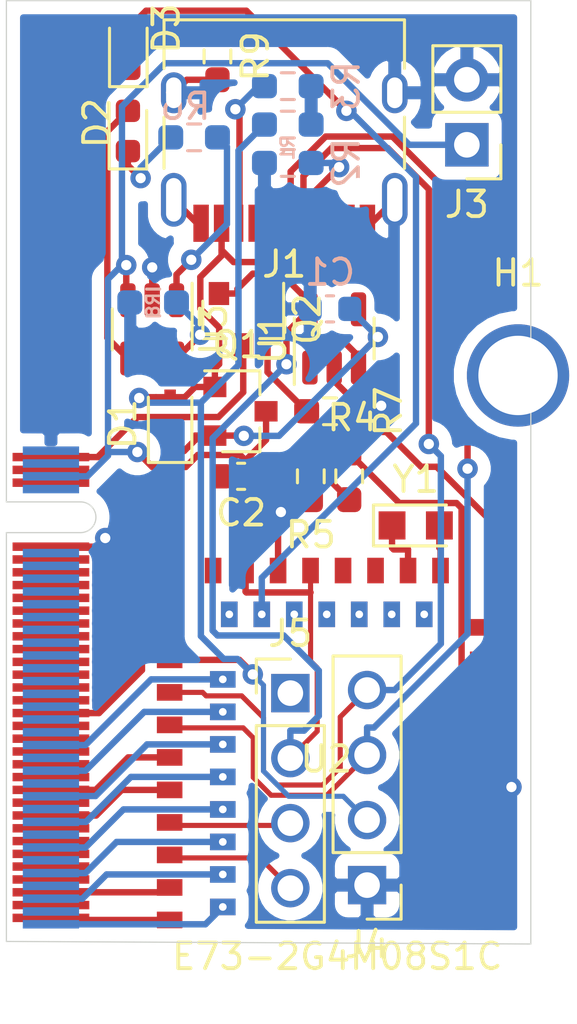
<source format=kicad_pcb>
(kicad_pcb (version 20171130) (host pcbnew "(5.1.8-0-10_14)")

  (general
    (thickness 1.6)
    (drawings 8)
    (tracks 324)
    (zones 0)
    (modules 26)
    (nets 103)
  )

  (page A4)
  (layers
    (0 F.Cu signal)
    (31 B.Cu signal)
    (32 B.Adhes user hide)
    (33 F.Adhes user hide)
    (34 B.Paste user hide)
    (35 F.Paste user hide)
    (36 B.SilkS user hide)
    (37 F.SilkS user hide)
    (38 B.Mask user hide)
    (39 F.Mask user hide)
    (40 Dwgs.User user hide)
    (41 Cmts.User user hide)
    (42 Eco1.User user hide)
    (43 Eco2.User user hide)
    (44 Edge.Cuts user)
    (45 Margin user hide)
    (46 B.CrtYd user)
    (47 F.CrtYd user)
    (48 B.Fab user hide)
    (49 F.Fab user hide)
  )

  (setup
    (last_trace_width 0.25)
    (user_trace_width 0.2)
    (trace_clearance 0.2)
    (zone_clearance 0.508)
    (zone_45_only no)
    (trace_min 0.2)
    (via_size 0.8)
    (via_drill 0.4)
    (via_min_size 0.4)
    (via_min_drill 0.3)
    (uvia_size 0.3)
    (uvia_drill 0.1)
    (uvias_allowed no)
    (uvia_min_size 0.2)
    (uvia_min_drill 0.1)
    (edge_width 0.05)
    (segment_width 0.2)
    (pcb_text_width 0.3)
    (pcb_text_size 1.5 1.5)
    (mod_edge_width 0.12)
    (mod_text_size 1 1)
    (mod_text_width 0.15)
    (pad_size 1.524 1.524)
    (pad_drill 0.762)
    (pad_to_mask_clearance 0)
    (aux_axis_origin 224.79 92.945)
    (grid_origin 225.29 129.314)
    (visible_elements FFFFFF7F)
    (pcbplotparams
      (layerselection 0x010fc_ffffffff)
      (usegerberextensions false)
      (usegerberattributes true)
      (usegerberadvancedattributes true)
      (creategerberjobfile true)
      (excludeedgelayer true)
      (linewidth 0.100000)
      (plotframeref false)
      (viasonmask false)
      (mode 1)
      (useauxorigin false)
      (hpglpennumber 1)
      (hpglpenspeed 20)
      (hpglpendiameter 15.000000)
      (psnegative false)
      (psa4output false)
      (plotreference true)
      (plotvalue true)
      (plotinvisibletext false)
      (padsonsilk false)
      (subtractmaskfromsilk false)
      (outputformat 1)
      (mirror false)
      (drillshape 0)
      (scaleselection 1)
      (outputdirectory "/Users/ericlau/git/ELLOW/gerbers/"))
  )

  (net 0 "")
  (net 1 GND)
  (net 2 "Net-(C1-Pad1)")
  (net 3 VBAT)
  (net 4 VBUS)
  (net 5 "Net-(D2-Pad2)")
  (net 6 "Net-(D2-Pad1)")
  (net 7 "Net-(J2-Pad3)")
  (net 8 EXT_VCC)
  (net 9 VDD_H)
  (net 10 EXT_VCC_CONTROL)
  (net 11 "Net-(J1-PadA5)")
  (net 12 "Net-(J1-PadB5)")
  (net 13 BATTERY_MEASURE)
  (net 14 "Net-(R6-Pad2)")
  (net 15 "Net-(R8-Pad1)")
  (net 16 "Net-(U1-Pad4)")
  (net 17 "Net-(J1-PadB8)")
  (net 18 DATA-)
  (net 19 DATA+)
  (net 20 "Net-(J1-PadA8)")
  (net 21 SWC)
  (net 22 SWD)
  (net 23 RESET)
  (net 24 "Net-(U2-Pad11)")
  (net 25 "Net-(U2-Pad13)")
  (net 26 PROG)
  (net 27 DCCH)
  (net 28 "Net-(D3-Pad1)")
  (net 29 P0.02)
  (net 30 P1.13)
  (net 31 P0.28)
  (net 32 P0.03)
  (net 33 P1.11)
  (net 34 "Net-(J2-Pad4)")
  (net 35 "Net-(J2-Pad7)")
  (net 36 "Net-(J2-Pad60)")
  (net 37 "Net-(J2-Pad61)")
  (net 38 "Net-(J2-Pad62)")
  (net 39 "Net-(J2-Pad64)")
  (net 40 "Net-(J2-Pad65)")
  (net 41 "Net-(J2-Pad18)")
  (net 42 "Net-(J2-Pad19)")
  (net 43 "Net-(J2-Pad22)")
  (net 44 "Net-(J2-Pad23)")
  (net 45 "Net-(J2-Pad26)")
  (net 46 "Net-(J2-Pad27)")
  (net 47 "Net-(J2-Pad30)")
  (net 48 "Net-(J2-Pad31)")
  (net 49 P1.06)
  (net 50 "Net-(J2-Pad34)")
  (net 51 "Net-(J2-Pad35)")
  (net 52 P0.10)
  (net 53 P0.09)
  (net 54 "Net-(J2-Pad38)")
  (net 55 "Net-(J2-Pad39)")
  (net 56 P0.24)
  (net 57 "Net-(J2-Pad43)")
  (net 58 P0.13)
  (net 59 P0.20)
  (net 60 "Net-(J2-Pad46)")
  (net 61 P0.17)
  (net 62 P0.15)
  (net 63 "Net-(J2-Pad50)")
  (net 64 P0.08)
  (net 65 "Net-(J2-Pad56)")
  (net 66 "Net-(J2-Pad57)")
  (net 67 "Net-(J2-Pad68)")
  (net 68 "Net-(J2-Pad69)")
  (net 69 "Net-(J2-Pad72)")
  (net 70 "Net-(J2-Pad73)")
  (net 71 P0.22)
  (net 72 P1.00)
  (net 73 P1.02)
  (net 74 P1.04)
  (net 75 P0.06)
  (net 76 P0.26)
  (net 77 P0.12)
  (net 78 "Net-(J2-Pad66)")
  (net 79 "Net-(J2-Pad33)")
  (net 80 "Net-(J2-Pad36)")
  (net 81 "Net-(J2-Pad37)")
  (net 82 "Net-(J2-Pad40)")
  (net 83 "Net-(J2-Pad44)")
  (net 84 "Net-(J2-Pad48)")
  (net 85 "Net-(J2-Pad52)")
  (net 86 "Net-(J2-Pad53)")
  (net 87 P0.07)
  (net 88 "Net-(J2-Pad32)")
  (net 89 "Net-(U2-Pad2)")
  (net 90 "Net-(J2-Pad20)")
  (net 91 "Net-(J2-Pad21)")
  (net 92 "Net-(J2-Pad24)")
  (net 93 "Net-(J2-Pad28)")
  (net 94 "Net-(J2-Pad29)")
  (net 95 "Net-(J2-Pad41)")
  (net 96 "Net-(J2-Pad45)")
  (net 97 "Net-(J2-Pad49)")
  (net 98 "Net-(J2-Pad6)")
  (net 99 "Net-(U2-Pad15)")
  (net 100 "Net-(U2-Pad17)")
  (net 101 "Net-(U2-Pad18)")
  (net 102 "Net-(J2-Pad25)")

  (net_class Default "This is the default net class."
    (clearance 0.2)
    (trace_width 0.25)
    (via_dia 0.8)
    (via_drill 0.4)
    (uvia_dia 0.3)
    (uvia_drill 0.1)
    (add_net BATTERY_MEASURE)
    (add_net DATA+)
    (add_net DATA-)
    (add_net DCCH)
    (add_net EXT_VCC)
    (add_net EXT_VCC_CONTROL)
    (add_net GND)
    (add_net "Net-(C1-Pad1)")
    (add_net "Net-(D2-Pad1)")
    (add_net "Net-(D2-Pad2)")
    (add_net "Net-(D3-Pad1)")
    (add_net "Net-(J1-PadA5)")
    (add_net "Net-(J1-PadA8)")
    (add_net "Net-(J1-PadB5)")
    (add_net "Net-(J1-PadB8)")
    (add_net "Net-(J2-Pad18)")
    (add_net "Net-(J2-Pad19)")
    (add_net "Net-(J2-Pad20)")
    (add_net "Net-(J2-Pad21)")
    (add_net "Net-(J2-Pad22)")
    (add_net "Net-(J2-Pad23)")
    (add_net "Net-(J2-Pad24)")
    (add_net "Net-(J2-Pad25)")
    (add_net "Net-(J2-Pad26)")
    (add_net "Net-(J2-Pad27)")
    (add_net "Net-(J2-Pad28)")
    (add_net "Net-(J2-Pad29)")
    (add_net "Net-(J2-Pad3)")
    (add_net "Net-(J2-Pad30)")
    (add_net "Net-(J2-Pad31)")
    (add_net "Net-(J2-Pad32)")
    (add_net "Net-(J2-Pad33)")
    (add_net "Net-(J2-Pad34)")
    (add_net "Net-(J2-Pad35)")
    (add_net "Net-(J2-Pad36)")
    (add_net "Net-(J2-Pad37)")
    (add_net "Net-(J2-Pad38)")
    (add_net "Net-(J2-Pad39)")
    (add_net "Net-(J2-Pad4)")
    (add_net "Net-(J2-Pad40)")
    (add_net "Net-(J2-Pad41)")
    (add_net "Net-(J2-Pad43)")
    (add_net "Net-(J2-Pad44)")
    (add_net "Net-(J2-Pad45)")
    (add_net "Net-(J2-Pad46)")
    (add_net "Net-(J2-Pad48)")
    (add_net "Net-(J2-Pad49)")
    (add_net "Net-(J2-Pad50)")
    (add_net "Net-(J2-Pad52)")
    (add_net "Net-(J2-Pad53)")
    (add_net "Net-(J2-Pad56)")
    (add_net "Net-(J2-Pad57)")
    (add_net "Net-(J2-Pad6)")
    (add_net "Net-(J2-Pad60)")
    (add_net "Net-(J2-Pad61)")
    (add_net "Net-(J2-Pad62)")
    (add_net "Net-(J2-Pad64)")
    (add_net "Net-(J2-Pad65)")
    (add_net "Net-(J2-Pad66)")
    (add_net "Net-(J2-Pad68)")
    (add_net "Net-(J2-Pad69)")
    (add_net "Net-(J2-Pad7)")
    (add_net "Net-(J2-Pad72)")
    (add_net "Net-(J2-Pad73)")
    (add_net "Net-(R6-Pad2)")
    (add_net "Net-(R8-Pad1)")
    (add_net "Net-(U1-Pad4)")
    (add_net "Net-(U2-Pad11)")
    (add_net "Net-(U2-Pad13)")
    (add_net "Net-(U2-Pad15)")
    (add_net "Net-(U2-Pad17)")
    (add_net "Net-(U2-Pad18)")
    (add_net "Net-(U2-Pad2)")
    (add_net P0.02)
    (add_net P0.03)
    (add_net P0.06)
    (add_net P0.07)
    (add_net P0.08)
    (add_net P0.09)
    (add_net P0.10)
    (add_net P0.12)
    (add_net P0.13)
    (add_net P0.15)
    (add_net P0.17)
    (add_net P0.20)
    (add_net P0.22)
    (add_net P0.24)
    (add_net P0.26)
    (add_net P0.28)
    (add_net P1.00)
    (add_net P1.02)
    (add_net P1.04)
    (add_net P1.06)
    (add_net P1.11)
    (add_net P1.13)
    (add_net PROG)
    (add_net RESET)
    (add_net SWC)
    (add_net SWD)
    (add_net VBAT)
    (add_net VBUS)
    (add_net VDD_H)
  )

  (module ellow:PinHeader_1x04_P2.54mm_Vertical_small (layer F.Cu) (tedit 5FBB259F) (tstamp 5FBC2CE7)
    (at 236.39 119.614)
    (descr "Through hole straight pin header, 1x04, 2.54mm pitch, single row")
    (tags "Through hole pin header THT 1x04 2.54mm single row")
    (path /5FDB4AEC)
    (fp_text reference J5 (at 0 -2.33) (layer F.SilkS)
      (effects (font (size 1 1) (thickness 0.15)))
    )
    (fp_text value Conn_01x04_Female (at 0 9.95) (layer F.Fab)
      (effects (font (size 1 1) (thickness 0.15)))
    )
    (fp_text user %R (at 0 3.81 90) (layer F.Fab)
      (effects (font (size 1 1) (thickness 0.15)))
    )
    (fp_line (start -0.635 -1.27) (end 1.27 -1.27) (layer F.Fab) (width 0.1))
    (fp_line (start 1.27 -1.27) (end 1.27 8.89) (layer F.Fab) (width 0.1))
    (fp_line (start 1.27 8.89) (end -1.27 8.89) (layer F.Fab) (width 0.1))
    (fp_line (start -1.27 8.89) (end -1.27 -0.635) (layer F.Fab) (width 0.1))
    (fp_line (start -1.27 -0.635) (end -0.635 -1.27) (layer F.Fab) (width 0.1))
    (fp_line (start -1.33 8.95) (end 1.33 8.95) (layer F.SilkS) (width 0.12))
    (fp_line (start -1.33 1.27) (end -1.33 8.95) (layer F.SilkS) (width 0.12))
    (fp_line (start 1.33 1.27) (end 1.33 8.95) (layer F.SilkS) (width 0.12))
    (fp_line (start -1.33 1.27) (end 1.33 1.27) (layer F.SilkS) (width 0.12))
    (fp_line (start -1.33 0) (end -1.33 -1.33) (layer F.SilkS) (width 0.12))
    (fp_line (start -1.33 -1.33) (end 0 -1.33) (layer F.SilkS) (width 0.12))
    (fp_line (start -1.5 -1.75) (end -1.5 9.25) (layer F.CrtYd) (width 0.05))
    (fp_line (start -1.5 9.25) (end 1.5 9.25) (layer F.CrtYd) (width 0.05))
    (fp_line (start 1.5 9.25) (end 1.5 -1.75) (layer F.CrtYd) (width 0.05))
    (fp_line (start 1.5 -1.75) (end -1.5 -1.75) (layer F.CrtYd) (width 0.05))
    (pad 1 thru_hole rect (at 0 0) (size 1.5 1.5) (drill 1) (layers *.Cu *.Mask)
      (net 1 GND))
    (pad 2 thru_hole oval (at 0 2.54) (size 1.5 1.5) (drill 1) (layers *.Cu *.Mask)
      (net 9 VDD_H))
    (pad 3 thru_hole oval (at 0 5.08) (size 1.5 1.5) (drill 1) (layers *.Cu *.Mask)
      (net 22 SWD))
    (pad 4 thru_hole oval (at 0 7.62) (size 1.5 1.5) (drill 1) (layers *.Cu *.Mask)
      (net 21 SWC))
    (model ${KISYS3DMOD}/Connector_PinHeader_2.54mm.3dshapes/PinHeader_1x04_P2.54mm_Vertical.wrl
      (at (xyz 0 0 0))
      (scale (xyz 1 1 1))
      (rotate (xyz 0 0 0))
    )
  )

  (module ellow:PinHeader_1x04_P2.54mm_Vertical_small (layer F.Cu) (tedit 5FBB259F) (tstamp 5FBB2E26)
    (at 239.39 127.114 180)
    (descr "Through hole straight pin header, 1x04, 2.54mm pitch, single row")
    (tags "Through hole pin header THT 1x04 2.54mm single row")
    (path /5FDB58A8)
    (fp_text reference J4 (at 0 -2.33) (layer F.SilkS)
      (effects (font (size 1 1) (thickness 0.15)))
    )
    (fp_text value Conn_01x04_Female (at 0 9.95) (layer F.Fab)
      (effects (font (size 1 1) (thickness 0.15)))
    )
    (fp_text user %R (at 0 3.81 90) (layer F.Fab)
      (effects (font (size 1 1) (thickness 0.15)))
    )
    (fp_line (start -0.635 -1.27) (end 1.27 -1.27) (layer F.Fab) (width 0.1))
    (fp_line (start 1.27 -1.27) (end 1.27 8.89) (layer F.Fab) (width 0.1))
    (fp_line (start 1.27 8.89) (end -1.27 8.89) (layer F.Fab) (width 0.1))
    (fp_line (start -1.27 8.89) (end -1.27 -0.635) (layer F.Fab) (width 0.1))
    (fp_line (start -1.27 -0.635) (end -0.635 -1.27) (layer F.Fab) (width 0.1))
    (fp_line (start -1.33 8.95) (end 1.33 8.95) (layer F.SilkS) (width 0.12))
    (fp_line (start -1.33 1.27) (end -1.33 8.95) (layer F.SilkS) (width 0.12))
    (fp_line (start 1.33 1.27) (end 1.33 8.95) (layer F.SilkS) (width 0.12))
    (fp_line (start -1.33 1.27) (end 1.33 1.27) (layer F.SilkS) (width 0.12))
    (fp_line (start -1.33 0) (end -1.33 -1.33) (layer F.SilkS) (width 0.12))
    (fp_line (start -1.33 -1.33) (end 0 -1.33) (layer F.SilkS) (width 0.12))
    (fp_line (start -1.5 -1.75) (end -1.5 9.25) (layer F.CrtYd) (width 0.05))
    (fp_line (start -1.5 9.25) (end 1.5 9.25) (layer F.CrtYd) (width 0.05))
    (fp_line (start 1.5 9.25) (end 1.5 -1.75) (layer F.CrtYd) (width 0.05))
    (fp_line (start 1.5 -1.75) (end -1.5 -1.75) (layer F.CrtYd) (width 0.05))
    (pad 1 thru_hole rect (at 0 0 180) (size 1.5 1.5) (drill 1) (layers *.Cu *.Mask)
      (net 1 GND))
    (pad 2 thru_hole oval (at 0 2.54 180) (size 1.5 1.5) (drill 1) (layers *.Cu *.Mask)
      (net 4 VBUS))
    (pad 3 thru_hole oval (at 0 5.08 180) (size 1.5 1.5) (drill 1) (layers *.Cu *.Mask)
      (net 19 DATA+))
    (pad 4 thru_hole oval (at 0 7.62 180) (size 1.5 1.5) (drill 1) (layers *.Cu *.Mask)
      (net 18 DATA-))
    (model ${KISYS3DMOD}/Connector_PinHeader_2.54mm.3dshapes/PinHeader_1x04_P2.54mm_Vertical.wrl
      (at (xyz 0 0 0))
      (scale (xyz 1 1 1))
      (rotate (xyz 0 0 0))
    )
  )

  (module Crystal:Crystal_SMD_2012-2Pin_2.0x1.2mm_HandSoldering (layer F.Cu) (tedit 5A0FD1B2) (tstamp 5FBB3083)
    (at 241.29 113.064)
    (descr "SMD Crystal 2012/2 http://txccrystal.com/images/pdf/9ht11.pdf, hand-soldering, 2.0x1.2mm^2 package")
    (tags "SMD SMT crystal hand-soldering")
    (path /5FBA5026)
    (attr smd)
    (fp_text reference Y1 (at 0 -1.8) (layer F.SilkS)
      (effects (font (size 1 1) (thickness 0.15)))
    )
    (fp_text value 32.768kHz (at 0 1.8) (layer F.Fab)
      (effects (font (size 1 1) (thickness 0.15)))
    )
    (fp_text user %R (at 0 0) (layer F.Fab)
      (effects (font (size 0.5 0.5) (thickness 0.075)))
    )
    (fp_line (start -1 -0.6) (end -1 0.6) (layer F.Fab) (width 0.1))
    (fp_line (start -1 0.6) (end 1 0.6) (layer F.Fab) (width 0.1))
    (fp_line (start 1 0.6) (end 1 -0.6) (layer F.Fab) (width 0.1))
    (fp_line (start 1 -0.6) (end -1 -0.6) (layer F.Fab) (width 0.1))
    (fp_line (start -1 0.1) (end -0.5 0.6) (layer F.Fab) (width 0.1))
    (fp_line (start 1.2 -0.8) (end -1.65 -0.8) (layer F.SilkS) (width 0.12))
    (fp_line (start -1.65 -0.8) (end -1.65 0.8) (layer F.SilkS) (width 0.12))
    (fp_line (start -1.65 0.8) (end 1.2 0.8) (layer F.SilkS) (width 0.12))
    (fp_line (start -1.7 -0.9) (end -1.7 0.9) (layer F.CrtYd) (width 0.05))
    (fp_line (start -1.7 0.9) (end 1.7 0.9) (layer F.CrtYd) (width 0.05))
    (fp_line (start 1.7 0.9) (end 1.7 -0.9) (layer F.CrtYd) (width 0.05))
    (fp_line (start 1.7 -0.9) (end -1.7 -0.9) (layer F.CrtYd) (width 0.05))
    (fp_circle (center 0 0) (end 0.2 0) (layer F.Adhes) (width 0.1))
    (fp_circle (center 0 0) (end 0.166667 0) (layer F.Adhes) (width 0.066667))
    (fp_circle (center 0 0) (end 0.106667 0) (layer F.Adhes) (width 0.066667))
    (fp_circle (center 0 0) (end 0.046667 0) (layer F.Adhes) (width 0.093333))
    (pad 2 smd rect (at 0.925 0) (size 1.05 1.1) (layers F.Cu F.Paste F.Mask)
      (net 24 "Net-(U2-Pad11)"))
    (pad 1 smd rect (at -0.925 0) (size 1.05 1.1) (layers F.Cu F.Paste F.Mask)
      (net 25 "Net-(U2-Pad13)"))
    (model ${KISYS3DMOD}/Crystal.3dshapes/Crystal_SMD_2012-2Pin_2.0x1.2mm_HandSoldering.wrl
      (at (xyz 0 0 0))
      (scale (xyz 1 1 1))
      (rotate (xyz 0 0 0))
    )
  )

  (module ellow:E73-2G4M08S1C-52840 (layer F.Cu) (tedit 5C719E12) (tstamp 5FBB2B86)
    (at 237.79 114.445 270)
    (path /5FB19DE7)
    (fp_text reference U2 (at 7.746775 -0.000467 180) (layer F.SilkS)
      (effects (font (size 1 1) (thickness 0.15)))
    )
    (fp_text value E73-2G4M08S1C (at 9.778775 -0.635467 180) (layer F.Fab)
      (effects (font (size 1 1) (thickness 0.15)))
    )
    (fp_line (start 18.034 -6.604) (end -0.127 -6.604) (layer F.Fab) (width 0.15))
    (fp_line (start 18.034 6.604) (end 18.034 -6.604) (layer F.Fab) (width 0.15))
    (fp_line (start -0.127 6.604) (end 18.034 6.604) (layer F.Fab) (width 0.15))
    (fp_line (start -0.127 -6.604) (end -0.127 6.604) (layer F.Fab) (width 0.15))
    (fp_text user E73-2G4M08S1C (at 15.458 -0.434) (layer F.SilkS)
      (effects (font (size 1 1) (thickness 0.15)))
    )
    (pad 28 thru_hole rect (at 4.632 4.041 270) (size 0.65 1) (drill 0.3) (layers *.Cu *.Mask)
      (net 62 P0.15))
    (pad 10 smd rect (at 2.6 -6.119 270) (size 0.65 1) (layers F.Cu F.Paste F.Mask)
      (net 26 PROG))
    (pad 9 smd rect (at 3.87 -6.119 270) (size 0.65 1) (layers F.Cu F.Paste F.Mask)
      (net 10 EXT_VCC_CONTROL))
    (pad 8 smd rect (at 5.14 -6.119 270) (size 0.65 1) (layers F.Cu F.Paste F.Mask)
      (net 13 BATTERY_MEASURE))
    (pad 7 smd rect (at 6.41 -6.119 270) (size 0.65 1) (layers F.Cu F.Paste F.Mask)
      (net 29 P0.02))
    (pad 6 smd rect (at 7.68 -6.119 270) (size 0.65 1) (layers F.Cu F.Paste F.Mask)
      (net 30 P1.13))
    (pad 5 smd rect (at 8.95 -6.119 270) (size 0.65 1) (layers F.Cu F.Paste F.Mask)
      (net 1 GND))
    (pad 4 smd rect (at 10.22 -6.119 270) (size 0.65 1) (layers F.Cu F.Paste F.Mask)
      (net 31 P0.28))
    (pad 3 smd rect (at 11.49 -6.119 270) (size 0.65 1) (layers F.Cu F.Paste F.Mask)
      (net 32 P0.03))
    (pad 2 smd rect (at 12.76 -6.119 270) (size 0.65 1) (layers F.Cu F.Paste F.Mask)
      (net 89 "Net-(U2-Pad2)"))
    (pad 1 smd rect (at 14.03 -6.119 270) (size 0.65 1) (layers F.Cu F.Paste F.Mask)
      (net 33 P1.11))
    (pad 31 smd rect (at 6.41 6.119 270) (size 0.65 1) (layers F.Cu F.Paste F.Mask)
      (net 19 DATA+))
    (pad 43 smd rect (at 14.03 6.119 270) (size 0.65 1) (layers F.Cu F.Paste F.Mask)
      (net 52 P0.10))
    (pad 33 smd rect (at 7.68 6.119 270) (size 0.65 1) (layers F.Cu F.Paste F.Mask)
      (net 58 P0.13))
    (pad 41 smd rect (at 12.76 6.119 270) (size 0.65 1) (layers F.Cu F.Paste F.Mask)
      (net 53 P0.09))
    (pad 39 smd rect (at 11.49 6.119 270) (size 0.65 1) (layers F.Cu F.Paste F.Mask)
      (net 21 SWC))
    (pad 37 smd rect (at 10.22 6.119 270) (size 0.65 1) (layers F.Cu F.Paste F.Mask)
      (net 22 SWD))
    (pad 29 smd rect (at 5.14 6.119 270) (size 0.65 1) (layers F.Cu F.Paste F.Mask)
      (net 18 DATA-))
    (pad 35 smd rect (at 8.95 6.119 270) (size 0.65 1) (layers F.Cu F.Paste F.Mask)
      (net 56 P0.24))
    (pad 27 smd rect (at 3.87 6.119 270) (size 0.65 1) (layers F.Cu F.Paste F.Mask)
      (net 4 VBUS))
    (pad 26 smd rect (at 2.6 6.119 270) (size 0.65 1) (layers F.Cu F.Paste F.Mask)
      (net 23 RESET))
    (pad 23 smd rect (at 0.381 3.15) (size 0.65 1) (layers F.Cu F.Paste F.Mask)
      (net 9 VDD_H))
    (pad 11 smd rect (at 0.381 -4.47) (size 0.65 1) (layers F.Cu F.Paste F.Mask)
      (net 24 "Net-(U2-Pad11)"))
    (pad 21 smd rect (at 0.381 1.88) (size 0.65 1) (layers F.Cu F.Paste F.Mask)
      (net 1 GND))
    (pad 13 smd rect (at 0.381 -3.2) (size 0.65 1) (layers F.Cu F.Paste F.Mask)
      (net 25 "Net-(U2-Pad13)"))
    (pad 15 smd rect (at 0.381 -1.93) (size 0.65 1) (layers F.Cu F.Paste F.Mask)
      (net 99 "Net-(U2-Pad15)"))
    (pad 17 smd rect (at 0.381 -0.66) (size 0.65 1) (layers F.Cu F.Paste F.Mask)
      (net 100 "Net-(U2-Pad17)"))
    (pad 25 smd rect (at 0.381 4.42) (size 0.65 1) (layers F.Cu F.Paste F.Mask)
      (net 27 DCCH))
    (pad 19 smd rect (at 0.381 0.61) (size 0.65 1) (layers F.Cu F.Paste F.Mask)
      (net 9 VDD_H))
    (pad 30 thru_hole rect (at 5.902 4.041 270) (size 0.65 1) (drill 0.3) (layers *.Cu *.Mask)
      (net 61 P0.17))
    (pad 32 thru_hole rect (at 7.172 4.041 270) (size 0.65 1) (drill 0.3) (layers *.Cu *.Mask)
      (net 59 P0.20))
    (pad 34 thru_hole rect (at 8.442 4.041 270) (size 0.65 1) (drill 0.3) (layers *.Cu *.Mask)
      (net 71 P0.22))
    (pad 36 thru_hole rect (at 9.712 4.041 270) (size 0.65 1) (drill 0.3) (layers *.Cu *.Mask)
      (net 72 P1.00))
    (pad 38 thru_hole rect (at 10.982 4.041 270) (size 0.65 1) (drill 0.3) (layers *.Cu *.Mask)
      (net 73 P1.02))
    (pad 40 thru_hole rect (at 12.252 4.041 270) (size 0.65 1) (drill 0.3) (layers *.Cu *.Mask)
      (net 74 P1.04))
    (pad 42 thru_hole rect (at 13.522 4.041 270) (size 0.65 1) (drill 0.3) (layers *.Cu *.Mask)
      (net 49 P1.06))
    (pad 14 thru_hole rect (at 2.092 -2.563) (size 0.65 1) (drill 0.3) (layers *.Cu *.Mask)
      (net 75 P0.06))
    (pad 12 thru_hole rect (at 2.092 -3.833) (size 0.65 1) (drill 0.3) (layers *.Cu *.Mask)
      (net 76 P0.26))
    (pad 20 thru_hole rect (at 2.092 1.247) (size 0.65 1) (drill 0.3) (layers *.Cu *.Mask)
      (net 77 P0.12))
    (pad 16 thru_hole rect (at 2.092 -1.293) (size 0.65 1) (drill 0.3) (layers *.Cu *.Mask)
      (net 64 P0.08))
    (pad 22 thru_hole rect (at 2.092 2.517) (size 0.65 1) (drill 0.3) (layers *.Cu *.Mask)
      (net 87 P0.07))
    (pad 24 thru_hole rect (at 2.092 3.787) (size 0.65 1) (drill 0.3) (layers *.Cu *.Mask)
      (net 1 GND))
    (pad 18 thru_hole rect (at 2.092 -0.023) (size 0.65 1) (drill 0.3) (layers *.Cu *.Mask)
      (net 101 "Net-(U2-Pad18)"))
  )

  (module Connector_PinHeader_2.54mm:PinHeader_1x02_P2.54mm_Vertical (layer F.Cu) (tedit 59FED5CC) (tstamp 5FBB5287)
    (at 243.29 98.195 180)
    (descr "Through hole straight pin header, 1x02, 2.54mm pitch, single row")
    (tags "Through hole pin header THT 1x02 2.54mm single row")
    (path /5FCE772B)
    (fp_text reference J3 (at 0 -2.33) (layer F.SilkS)
      (effects (font (size 1 1) (thickness 0.15)))
    )
    (fp_text value Conn_01x02_Female (at 0 4.87) (layer F.Fab)
      (effects (font (size 1 1) (thickness 0.15)))
    )
    (fp_line (start 1.8 -1.8) (end -1.8 -1.8) (layer F.CrtYd) (width 0.05))
    (fp_line (start 1.8 4.35) (end 1.8 -1.8) (layer F.CrtYd) (width 0.05))
    (fp_line (start -1.8 4.35) (end 1.8 4.35) (layer F.CrtYd) (width 0.05))
    (fp_line (start -1.8 -1.8) (end -1.8 4.35) (layer F.CrtYd) (width 0.05))
    (fp_line (start -1.33 -1.33) (end 0 -1.33) (layer F.SilkS) (width 0.12))
    (fp_line (start -1.33 0) (end -1.33 -1.33) (layer F.SilkS) (width 0.12))
    (fp_line (start -1.33 1.27) (end 1.33 1.27) (layer F.SilkS) (width 0.12))
    (fp_line (start 1.33 1.27) (end 1.33 3.87) (layer F.SilkS) (width 0.12))
    (fp_line (start -1.33 1.27) (end -1.33 3.87) (layer F.SilkS) (width 0.12))
    (fp_line (start -1.33 3.87) (end 1.33 3.87) (layer F.SilkS) (width 0.12))
    (fp_line (start -1.27 -0.635) (end -0.635 -1.27) (layer F.Fab) (width 0.1))
    (fp_line (start -1.27 3.81) (end -1.27 -0.635) (layer F.Fab) (width 0.1))
    (fp_line (start 1.27 3.81) (end -1.27 3.81) (layer F.Fab) (width 0.1))
    (fp_line (start 1.27 -1.27) (end 1.27 3.81) (layer F.Fab) (width 0.1))
    (fp_line (start -0.635 -1.27) (end 1.27 -1.27) (layer F.Fab) (width 0.1))
    (fp_text user %R (at 0 1.27 90) (layer F.Fab)
      (effects (font (size 1 1) (thickness 0.15)))
    )
    (pad 2 thru_hole oval (at 0 2.54 180) (size 1.7 1.7) (drill 1) (layers *.Cu *.Mask)
      (net 1 GND))
    (pad 1 thru_hole rect (at 0 0 180) (size 1.7 1.7) (drill 1) (layers *.Cu *.Mask)
      (net 3 VBAT))
    (model ${KISYS3DMOD}/Connector_PinHeader_2.54mm.3dshapes/PinHeader_1x02_P2.54mm_Vertical.wrl
      (at (xyz 0 0 0))
      (scale (xyz 1 1 1))
      (rotate (xyz 0 0 0))
    )
  )

  (module Package_TO_SOT_SMD:SOT-23-5 (layer F.Cu) (tedit 5F6F9B37) (tstamp 5FB9EBB0)
    (at 230.99 105.405 270)
    (descr "SOT, 5 Pin (https://www.jedec.org/sites/default/files/docs/Mo-178c.PDF variant AA), generated with kicad-footprint-generator ipc_gullwing_generator.py")
    (tags "SOT TO_SOT_SMD")
    (path /5FBD8FA8)
    (attr smd)
    (fp_text reference U3 (at 0 -2.4 90) (layer F.SilkS)
      (effects (font (size 1 1) (thickness 0.15)))
    )
    (fp_text value LN2054Y42AMR (at 0 2.4 90) (layer F.Fab)
      (effects (font (size 1 1) (thickness 0.15)))
    )
    (fp_line (start 2.05 -1.7) (end -2.05 -1.7) (layer F.CrtYd) (width 0.05))
    (fp_line (start 2.05 1.7) (end 2.05 -1.7) (layer F.CrtYd) (width 0.05))
    (fp_line (start -2.05 1.7) (end 2.05 1.7) (layer F.CrtYd) (width 0.05))
    (fp_line (start -2.05 -1.7) (end -2.05 1.7) (layer F.CrtYd) (width 0.05))
    (fp_line (start -0.8 -1.05) (end -0.4 -1.45) (layer F.Fab) (width 0.1))
    (fp_line (start -0.8 1.45) (end -0.8 -1.05) (layer F.Fab) (width 0.1))
    (fp_line (start 0.8 1.45) (end -0.8 1.45) (layer F.Fab) (width 0.1))
    (fp_line (start 0.8 -1.45) (end 0.8 1.45) (layer F.Fab) (width 0.1))
    (fp_line (start -0.4 -1.45) (end 0.8 -1.45) (layer F.Fab) (width 0.1))
    (fp_line (start 0 -1.56) (end -1.8 -1.56) (layer F.SilkS) (width 0.12))
    (fp_line (start 0 -1.56) (end 0.8 -1.56) (layer F.SilkS) (width 0.12))
    (fp_line (start 0 1.56) (end -0.8 1.56) (layer F.SilkS) (width 0.12))
    (fp_line (start 0 1.56) (end 0.8 1.56) (layer F.SilkS) (width 0.12))
    (fp_text user %R (at 0 0 90) (layer F.Fab)
      (effects (font (size 0.4 0.4) (thickness 0.06)))
    )
    (pad 5 smd roundrect (at 1.1375 -0.95 270) (size 1.325 0.6) (layers F.Cu F.Paste F.Mask) (roundrect_rratio 0.25)
      (net 15 "Net-(R8-Pad1)"))
    (pad 4 smd roundrect (at 1.1375 0.95 270) (size 1.325 0.6) (layers F.Cu F.Paste F.Mask) (roundrect_rratio 0.25)
      (net 5 "Net-(D2-Pad2)"))
    (pad 3 smd roundrect (at -1.1375 0.95 270) (size 1.325 0.6) (layers F.Cu F.Paste F.Mask) (roundrect_rratio 0.25)
      (net 3 VBAT))
    (pad 2 smd roundrect (at -1.1375 0 270) (size 1.325 0.6) (layers F.Cu F.Paste F.Mask) (roundrect_rratio 0.25)
      (net 1 GND))
    (pad 1 smd roundrect (at -1.1375 -0.95 270) (size 1.325 0.6) (layers F.Cu F.Paste F.Mask) (roundrect_rratio 0.25)
      (net 14 "Net-(R6-Pad2)"))
    (model ${KISYS3DMOD}/Package_TO_SOT_SMD.3dshapes/SOT-23-5.wrl
      (at (xyz 0 0 0))
      (scale (xyz 1 1 1))
      (rotate (xyz 0 0 0))
    )
  )

  (module Package_TO_SOT_SMD:SOT-23 (layer F.Cu) (tedit 5A02FF57) (tstamp 5FB9E2EF)
    (at 234.548 105.005 270)
    (descr "SOT-23, Standard")
    (tags SOT-23)
    (path /5FD2AB4E)
    (attr smd)
    (fp_text reference Q2 (at 0 -2.5 90) (layer F.SilkS)
      (effects (font (size 1 1) (thickness 0.15)))
    )
    (fp_text value A03407 (at 0 2.5 90) (layer F.Fab)
      (effects (font (size 1 1) (thickness 0.15)))
    )
    (fp_line (start 0.76 1.58) (end -0.7 1.58) (layer F.SilkS) (width 0.12))
    (fp_line (start 0.76 -1.58) (end -1.4 -1.58) (layer F.SilkS) (width 0.12))
    (fp_line (start -1.7 1.75) (end -1.7 -1.75) (layer F.CrtYd) (width 0.05))
    (fp_line (start 1.7 1.75) (end -1.7 1.75) (layer F.CrtYd) (width 0.05))
    (fp_line (start 1.7 -1.75) (end 1.7 1.75) (layer F.CrtYd) (width 0.05))
    (fp_line (start -1.7 -1.75) (end 1.7 -1.75) (layer F.CrtYd) (width 0.05))
    (fp_line (start 0.76 -1.58) (end 0.76 -0.65) (layer F.SilkS) (width 0.12))
    (fp_line (start 0.76 1.58) (end 0.76 0.65) (layer F.SilkS) (width 0.12))
    (fp_line (start -0.7 1.52) (end 0.7 1.52) (layer F.Fab) (width 0.1))
    (fp_line (start 0.7 -1.52) (end 0.7 1.52) (layer F.Fab) (width 0.1))
    (fp_line (start -0.7 -0.95) (end -0.15 -1.52) (layer F.Fab) (width 0.1))
    (fp_line (start -0.15 -1.52) (end 0.7 -1.52) (layer F.Fab) (width 0.1))
    (fp_line (start -0.7 -0.95) (end -0.7 1.5) (layer F.Fab) (width 0.1))
    (fp_text user %R (at 0 0) (layer F.Fab)
      (effects (font (size 0.5 0.5) (thickness 0.075)))
    )
    (pad 3 smd rect (at 1 0 270) (size 0.9 0.8) (layers F.Cu F.Paste F.Mask)
      (net 8 EXT_VCC))
    (pad 2 smd rect (at -1 0.95 270) (size 0.9 0.8) (layers F.Cu F.Paste F.Mask)
      (net 9 VDD_H))
    (pad 1 smd rect (at -1 -0.95 270) (size 0.9 0.8) (layers F.Cu F.Paste F.Mask)
      (net 10 EXT_VCC_CONTROL))
    (model ${KISYS3DMOD}/Package_TO_SOT_SMD.3dshapes/SOT-23.wrl
      (at (xyz 0 0 0))
      (scale (xyz 1 1 1))
      (rotate (xyz 0 0 0))
    )
  )

  (module Package_TO_SOT_SMD:SOT-23 (layer F.Cu) (tedit 5A02FF57) (tstamp 5FBA07F3)
    (at 234.44 108.605)
    (descr "SOT-23, Standard")
    (tags SOT-23)
    (path /5FDDABC3)
    (attr smd)
    (fp_text reference Q1 (at -0.1 -2.6) (layer F.SilkS)
      (effects (font (size 1 1) (thickness 0.15)))
    )
    (fp_text value A03407 (at 0 2.5) (layer F.Fab)
      (effects (font (size 1 1) (thickness 0.15)))
    )
    (fp_line (start 0.76 1.58) (end -0.7 1.58) (layer F.SilkS) (width 0.12))
    (fp_line (start 0.76 -1.58) (end -1.4 -1.58) (layer F.SilkS) (width 0.12))
    (fp_line (start -1.7 1.75) (end -1.7 -1.75) (layer F.CrtYd) (width 0.05))
    (fp_line (start 1.7 1.75) (end -1.7 1.75) (layer F.CrtYd) (width 0.05))
    (fp_line (start 1.7 -1.75) (end 1.7 1.75) (layer F.CrtYd) (width 0.05))
    (fp_line (start -1.7 -1.75) (end 1.7 -1.75) (layer F.CrtYd) (width 0.05))
    (fp_line (start 0.76 -1.58) (end 0.76 -0.65) (layer F.SilkS) (width 0.12))
    (fp_line (start 0.76 1.58) (end 0.76 0.65) (layer F.SilkS) (width 0.12))
    (fp_line (start -0.7 1.52) (end 0.7 1.52) (layer F.Fab) (width 0.1))
    (fp_line (start 0.7 -1.52) (end 0.7 1.52) (layer F.Fab) (width 0.1))
    (fp_line (start -0.7 -0.95) (end -0.15 -1.52) (layer F.Fab) (width 0.1))
    (fp_line (start -0.15 -1.52) (end 0.7 -1.52) (layer F.Fab) (width 0.1))
    (fp_line (start -0.7 -0.95) (end -0.7 1.5) (layer F.Fab) (width 0.1))
    (fp_text user %R (at 0 0 90) (layer F.Fab)
      (effects (font (size 0.5 0.5) (thickness 0.075)))
    )
    (pad 3 smd rect (at 1 0) (size 0.9 0.8) (layers F.Cu F.Paste F.Mask)
      (net 3 VBAT))
    (pad 2 smd rect (at -1 0.95) (size 0.9 0.8) (layers F.Cu F.Paste F.Mask)
      (net 2 "Net-(C1-Pad1)"))
    (pad 1 smd rect (at -1 -0.95) (size 0.9 0.8) (layers F.Cu F.Paste F.Mask)
      (net 4 VBUS))
    (model ${KISYS3DMOD}/Package_TO_SOT_SMD.3dshapes/SOT-23.wrl
      (at (xyz 0 0 0))
      (scale (xyz 1 1 1))
      (rotate (xyz 0 0 0))
    )
  )

  (module Diode_SMD:D_SOD-323 (layer F.Cu) (tedit 58641739) (tstamp 5FBAD3F2)
    (at 231.69 109.105 90)
    (descr SOD-323)
    (tags SOD-323)
    (path /5FDE8A85)
    (attr smd)
    (fp_text reference D1 (at 0 -1.85 90) (layer F.SilkS)
      (effects (font (size 1 1) (thickness 0.15)))
    )
    (fp_text value 1N5819 (at 0.1 1.9 90) (layer F.Fab)
      (effects (font (size 1 1) (thickness 0.15)))
    )
    (fp_line (start -1.5 -0.85) (end 1.05 -0.85) (layer F.SilkS) (width 0.12))
    (fp_line (start -1.5 0.85) (end 1.05 0.85) (layer F.SilkS) (width 0.12))
    (fp_line (start -1.6 -0.95) (end -1.6 0.95) (layer F.CrtYd) (width 0.05))
    (fp_line (start -1.6 0.95) (end 1.6 0.95) (layer F.CrtYd) (width 0.05))
    (fp_line (start 1.6 -0.95) (end 1.6 0.95) (layer F.CrtYd) (width 0.05))
    (fp_line (start -1.6 -0.95) (end 1.6 -0.95) (layer F.CrtYd) (width 0.05))
    (fp_line (start -0.9 -0.7) (end 0.9 -0.7) (layer F.Fab) (width 0.1))
    (fp_line (start 0.9 -0.7) (end 0.9 0.7) (layer F.Fab) (width 0.1))
    (fp_line (start 0.9 0.7) (end -0.9 0.7) (layer F.Fab) (width 0.1))
    (fp_line (start -0.9 0.7) (end -0.9 -0.7) (layer F.Fab) (width 0.1))
    (fp_line (start -0.3 -0.35) (end -0.3 0.35) (layer F.Fab) (width 0.1))
    (fp_line (start -0.3 0) (end -0.5 0) (layer F.Fab) (width 0.1))
    (fp_line (start -0.3 0) (end 0.2 -0.35) (layer F.Fab) (width 0.1))
    (fp_line (start 0.2 -0.35) (end 0.2 0.35) (layer F.Fab) (width 0.1))
    (fp_line (start 0.2 0.35) (end -0.3 0) (layer F.Fab) (width 0.1))
    (fp_line (start 0.2 0) (end 0.45 0) (layer F.Fab) (width 0.1))
    (fp_line (start -1.5 -0.85) (end -1.5 0.85) (layer F.SilkS) (width 0.12))
    (fp_text user %R (at 0 -1.85 90) (layer F.Fab)
      (effects (font (size 1 1) (thickness 0.15)))
    )
    (pad 2 smd rect (at 1.05 0 90) (size 0.6 0.45) (layers F.Cu F.Paste F.Mask)
      (net 4 VBUS))
    (pad 1 smd rect (at -1.05 0 90) (size 0.6 0.45) (layers F.Cu F.Paste F.Mask)
      (net 2 "Net-(C1-Pad1)"))
    (model ${KISYS3DMOD}/Diode_SMD.3dshapes/D_SOD-323.wrl
      (at (xyz 0 0 0))
      (scale (xyz 1 1 1))
      (rotate (xyz 0 0 0))
    )
  )

  (module Capacitor_SMD:C_0603_1608Metric (layer F.Cu) (tedit 5F68FEEE) (tstamp 5FB9E292)
    (at 234.465 111.145 180)
    (descr "Capacitor SMD 0603 (1608 Metric), square (rectangular) end terminal, IPC_7351 nominal, (Body size source: IPC-SM-782 page 76, https://www.pcb-3d.com/wordpress/wp-content/uploads/ipc-sm-782a_amendment_1_and_2.pdf), generated with kicad-footprint-generator")
    (tags capacitor)
    (path /5FC92F52)
    (attr smd)
    (fp_text reference C2 (at 0 -1.43) (layer F.SilkS)
      (effects (font (size 1 1) (thickness 0.15)))
    )
    (fp_text value 4.7uF (at 0 1.43) (layer F.Fab)
      (effects (font (size 1 1) (thickness 0.15)))
    )
    (fp_line (start 1.48 0.73) (end -1.48 0.73) (layer F.CrtYd) (width 0.05))
    (fp_line (start 1.48 -0.73) (end 1.48 0.73) (layer F.CrtYd) (width 0.05))
    (fp_line (start -1.48 -0.73) (end 1.48 -0.73) (layer F.CrtYd) (width 0.05))
    (fp_line (start -1.48 0.73) (end -1.48 -0.73) (layer F.CrtYd) (width 0.05))
    (fp_line (start -0.14058 0.51) (end 0.14058 0.51) (layer F.SilkS) (width 0.12))
    (fp_line (start -0.14058 -0.51) (end 0.14058 -0.51) (layer F.SilkS) (width 0.12))
    (fp_line (start 0.8 0.4) (end -0.8 0.4) (layer F.Fab) (width 0.1))
    (fp_line (start 0.8 -0.4) (end 0.8 0.4) (layer F.Fab) (width 0.1))
    (fp_line (start -0.8 -0.4) (end 0.8 -0.4) (layer F.Fab) (width 0.1))
    (fp_line (start -0.8 0.4) (end -0.8 -0.4) (layer F.Fab) (width 0.1))
    (fp_text user %R (at 0 0) (layer F.Fab)
      (effects (font (size 0.4 0.4) (thickness 0.06)))
    )
    (pad 2 smd roundrect (at 0.775 0 180) (size 0.9 0.95) (layers F.Cu F.Paste F.Mask) (roundrect_rratio 0.25)
      (net 1 GND))
    (pad 1 smd roundrect (at -0.775 0 180) (size 0.9 0.95) (layers F.Cu F.Paste F.Mask) (roundrect_rratio 0.25)
      (net 3 VBAT))
    (model ${KISYS3DMOD}/Capacitor_SMD.3dshapes/C_0603_1608Metric.wrl
      (at (xyz 0 0 0))
      (scale (xyz 1 1 1))
      (rotate (xyz 0 0 0))
    )
  )

  (module Capacitor_SMD:C_0603_1608Metric (layer B.Cu) (tedit 5F68FEEE) (tstamp 5FBA043A)
    (at 237.94 104.605 180)
    (descr "Capacitor SMD 0603 (1608 Metric), square (rectangular) end terminal, IPC_7351 nominal, (Body size source: IPC-SM-782 page 76, https://www.pcb-3d.com/wordpress/wp-content/uploads/ipc-sm-782a_amendment_1_and_2.pdf), generated with kicad-footprint-generator")
    (tags capacitor)
    (path /5FBDD976)
    (attr smd)
    (fp_text reference C1 (at 0 1.43 180) (layer B.SilkS)
      (effects (font (size 1 1) (thickness 0.15)) (justify mirror))
    )
    (fp_text value 4.7uF (at 0 -1.43 180) (layer B.Fab)
      (effects (font (size 1 1) (thickness 0.15)) (justify mirror))
    )
    (fp_line (start 1.48 -0.73) (end -1.48 -0.73) (layer B.CrtYd) (width 0.05))
    (fp_line (start 1.48 0.73) (end 1.48 -0.73) (layer B.CrtYd) (width 0.05))
    (fp_line (start -1.48 0.73) (end 1.48 0.73) (layer B.CrtYd) (width 0.05))
    (fp_line (start -1.48 -0.73) (end -1.48 0.73) (layer B.CrtYd) (width 0.05))
    (fp_line (start -0.14058 -0.51) (end 0.14058 -0.51) (layer B.SilkS) (width 0.12))
    (fp_line (start -0.14058 0.51) (end 0.14058 0.51) (layer B.SilkS) (width 0.12))
    (fp_line (start 0.8 -0.4) (end -0.8 -0.4) (layer B.Fab) (width 0.1))
    (fp_line (start 0.8 0.4) (end 0.8 -0.4) (layer B.Fab) (width 0.1))
    (fp_line (start -0.8 0.4) (end 0.8 0.4) (layer B.Fab) (width 0.1))
    (fp_line (start -0.8 -0.4) (end -0.8 0.4) (layer B.Fab) (width 0.1))
    (fp_text user %R (at 0 0 180) (layer B.Fab)
      (effects (font (size 0.4 0.4) (thickness 0.06)) (justify mirror))
    )
    (pad 2 smd roundrect (at 0.775 0 180) (size 0.9 0.95) (layers B.Cu B.Paste B.Mask) (roundrect_rratio 0.25)
      (net 1 GND))
    (pad 1 smd roundrect (at -0.775 0 180) (size 0.9 0.95) (layers B.Cu B.Paste B.Mask) (roundrect_rratio 0.25)
      (net 2 "Net-(C1-Pad1)"))
    (model ${KISYS3DMOD}/Capacitor_SMD.3dshapes/C_0603_1608Metric.wrl
      (at (xyz 0 0 0))
      (scale (xyz 1 1 1))
      (rotate (xyz 0 0 0))
    )
  )

  (module ellow:MountingHole_M.2_3mm (layer F.Cu) (tedit 5FBABBD0) (tstamp 5FBB2960)
    (at 245.29 107.205)
    (descr "Mounting Hole 3mm, no annular")
    (tags "mounting hole 3mm no annular")
    (path /5FCBB591)
    (attr virtual)
    (fp_text reference H1 (at 0 -4) (layer F.SilkS)
      (effects (font (size 1 1) (thickness 0.15)))
    )
    (fp_text value MountingHole (at 0 4) (layer F.Fab)
      (effects (font (size 1 1) (thickness 0.15)))
    )
    (fp_circle (center 0 0) (end 2.25 0) (layer Cmts.User) (width 0.15))
    (fp_circle (center 0 0) (end 2.25 0) (layer F.CrtYd) (width 0.05))
    (fp_text user %R (at 0 1) (layer F.Fab)
      (effects (font (size 1 1) (thickness 0.15)))
    )
    (pad "" np_thru_hole circle (at 0 0) (size 4 4) (drill 3.1) (layers *.Cu *.Mask))
  )

  (module Resistor_SMD:R_0603_1608Metric_Pad0.98x0.95mm_HandSolder (layer F.Cu) (tedit 5F68FEEE) (tstamp 5FBAB5DD)
    (at 233.54 94.7425 270)
    (descr "Resistor SMD 0603 (1608 Metric), square (rectangular) end terminal, IPC_7351 nominal with elongated pad for handsoldering. (Body size source: IPC-SM-782 page 72, https://www.pcb-3d.com/wordpress/wp-content/uploads/ipc-sm-782a_amendment_1_and_2.pdf), generated with kicad-footprint-generator")
    (tags "resistor handsolder")
    (path /5FC73ECC)
    (attr smd)
    (fp_text reference R9 (at 0 -1.484 90) (layer F.SilkS)
      (effects (font (size 1 1) (thickness 0.15)))
    )
    (fp_text value 10k (at 0 1.43 90) (layer F.Fab)
      (effects (font (size 1 1) (thickness 0.15)))
    )
    (fp_line (start 1.65 0.73) (end -1.65 0.73) (layer F.CrtYd) (width 0.05))
    (fp_line (start 1.65 -0.73) (end 1.65 0.73) (layer F.CrtYd) (width 0.05))
    (fp_line (start -1.65 -0.73) (end 1.65 -0.73) (layer F.CrtYd) (width 0.05))
    (fp_line (start -1.65 0.73) (end -1.65 -0.73) (layer F.CrtYd) (width 0.05))
    (fp_line (start -0.254724 0.5225) (end 0.254724 0.5225) (layer F.SilkS) (width 0.12))
    (fp_line (start -0.254724 -0.5225) (end 0.254724 -0.5225) (layer F.SilkS) (width 0.12))
    (fp_line (start 0.8 0.4125) (end -0.8 0.4125) (layer F.Fab) (width 0.1))
    (fp_line (start 0.8 -0.4125) (end 0.8 0.4125) (layer F.Fab) (width 0.1))
    (fp_line (start -0.8 -0.4125) (end 0.8 -0.4125) (layer F.Fab) (width 0.1))
    (fp_line (start -0.8 0.4125) (end -0.8 -0.4125) (layer F.Fab) (width 0.1))
    (fp_text user %R (at 0.127 0 90) (layer F.Fab)
      (effects (font (size 0.4 0.4) (thickness 0.06)))
    )
    (pad 2 smd roundrect (at 0.9125 0 270) (size 0.975 0.95) (layers F.Cu F.Paste F.Mask) (roundrect_rratio 0.25)
      (net 1 GND))
    (pad 1 smd roundrect (at -0.9125 0 270) (size 0.975 0.95) (layers F.Cu F.Paste F.Mask) (roundrect_rratio 0.25)
      (net 28 "Net-(D3-Pad1)"))
    (model ${KISYS3DMOD}/Resistor_SMD.3dshapes/R_0603_1608Metric.wrl
      (at (xyz 0 0 0))
      (scale (xyz 1 1 1))
      (rotate (xyz 0 0 0))
    )
  )

  (module LED_SMD:LED_0603_1608Metric (layer F.Cu) (tedit 5F68FEF1) (tstamp 5FBAB69E)
    (at 230.056 94.439 90)
    (descr "LED SMD 0603 (1608 Metric), square (rectangular) end terminal, IPC_7351 nominal, (Body size source: http://www.tortai-tech.com/upload/download/2011102023233369053.pdf), generated with kicad-footprint-generator")
    (tags LED)
    (path /5FC73EC6)
    (attr smd)
    (fp_text reference D3 (at 0.784 1.484 90) (layer F.SilkS)
      (effects (font (size 1 1) (thickness 0.15)))
    )
    (fp_text value LED (at 0 1.43 90) (layer F.Fab)
      (effects (font (size 1 1) (thickness 0.15)))
    )
    (fp_line (start 1.48 0.73) (end -1.48 0.73) (layer F.CrtYd) (width 0.05))
    (fp_line (start 1.48 -0.73) (end 1.48 0.73) (layer F.CrtYd) (width 0.05))
    (fp_line (start -1.48 -0.73) (end 1.48 -0.73) (layer F.CrtYd) (width 0.05))
    (fp_line (start -1.48 0.73) (end -1.48 -0.73) (layer F.CrtYd) (width 0.05))
    (fp_line (start -1.485 0.735) (end 0.8 0.735) (layer F.SilkS) (width 0.12))
    (fp_line (start -1.485 -0.735) (end -1.485 0.735) (layer F.SilkS) (width 0.12))
    (fp_line (start 0.8 -0.735) (end -1.485 -0.735) (layer F.SilkS) (width 0.12))
    (fp_line (start 0.8 0.4) (end 0.8 -0.4) (layer F.Fab) (width 0.1))
    (fp_line (start -0.8 0.4) (end 0.8 0.4) (layer F.Fab) (width 0.1))
    (fp_line (start -0.8 -0.1) (end -0.8 0.4) (layer F.Fab) (width 0.1))
    (fp_line (start -0.5 -0.4) (end -0.8 -0.1) (layer F.Fab) (width 0.1))
    (fp_line (start 0.8 -0.4) (end -0.5 -0.4) (layer F.Fab) (width 0.1))
    (fp_text user %R (at 0 0 90) (layer F.Fab)
      (effects (font (size 0.4 0.4) (thickness 0.06)))
    )
    (pad 2 smd roundrect (at 0.7875 0 90) (size 0.875 0.95) (layers F.Cu F.Paste F.Mask) (roundrect_rratio 0.25)
      (net 87 P0.07))
    (pad 1 smd roundrect (at -0.7875 0 90) (size 0.875 0.95) (layers F.Cu F.Paste F.Mask) (roundrect_rratio 0.25)
      (net 28 "Net-(D3-Pad1)"))
    (model ${KISYS3DMOD}/LED_SMD.3dshapes/LED_0603_1608Metric.wrl
      (at (xyz 0 0 0))
      (scale (xyz 1 1 1))
      (rotate (xyz 0 0 0))
    )
  )

  (module ellow:M_2_EdgeConnector_A_Key (layer F.Cu) (tedit 5FB94672) (tstamp 5FB9F166)
    (at 225.29 119.389 270)
    (path /5FC057BA)
    (attr smd)
    (fp_text reference J2 (at -7.775 1.05 90) (layer F.SilkS)
      (effects (font (size 1 1) (thickness 0.15)))
    )
    (fp_text value M_2_AKey_KB (at -2.325 -5 90) (layer F.Fab)
      (effects (font (size 1 1) (thickness 0.15)))
    )
    (fp_line (start 9.925 0) (end 9.925 -4) (layer F.CrtYd) (width 0.05))
    (fp_line (start -6.025 0) (end 9.925 0) (layer F.CrtYd) (width 0.05))
    (fp_line (start -9.925 0) (end -7.225 0) (layer F.CrtYd) (width 0.05))
    (fp_line (start -6.025 0) (end -6.025 -2.9) (layer F.CrtYd) (width 0.05))
    (fp_line (start -7.225 0) (end -7.225 -2.9) (layer F.CrtYd) (width 0.05))
    (fp_line (start -9.925 -4) (end 9.925 -4) (layer F.CrtYd) (width 0.05))
    (fp_line (start -9.925 0) (end -9.925 -4) (layer F.CrtYd) (width 0.05))
    (fp_arc (start -6.625 -2.9) (end -6.025 -2.9) (angle -180) (layer F.CrtYd) (width 0.05))
    (pad 1 smd rect (at -9.245243 -1.741102 270) (size 0.33 2.2) (layers B.Cu B.Paste B.Mask)
      (net 1 GND))
    (pad 2 smd rect (at -8.995243 -1.741102 270) (size 0.33 3) (layers F.Cu F.Paste F.Mask)
      (net 8 EXT_VCC))
    (pad 3 smd rect (at -8.745243 -1.741102 270) (size 0.33 2.2) (layers B.Cu B.Paste B.Mask)
      (net 7 "Net-(J2-Pad3)"))
    (pad 4 smd rect (at -8.495243 -1.741102 270) (size 0.33 3) (layers F.Cu F.Paste F.Mask)
      (net 34 "Net-(J2-Pad4)"))
    (pad 5 smd rect (at -8.245243 -1.741102 270) (size 0.33 2.2) (layers B.Cu B.Paste B.Mask)
      (net 3 VBAT))
    (pad 6 smd rect (at -7.995243 -1.741102 270) (size 0.33 3) (layers F.Cu F.Paste F.Mask)
      (net 98 "Net-(J2-Pad6)"))
    (pad 7 smd rect (at -7.745243 -1.741102 270) (size 0.33 2.2) (layers B.Cu B.Paste B.Mask)
      (net 35 "Net-(J2-Pad7)"))
    (pad 66 smd rect (at 7 -1.741102 270) (size 0.33 3) (layers F.Cu F.Paste F.Mask)
      (net 78 "Net-(J2-Pad66)"))
    (pad 59 smd rect (at 5.254757 -1.741102 270) (size 0.33 2.2) (layers B.Cu B.Paste B.Mask)
      (net 71 P0.22))
    (pad 60 smd rect (at 5.504757 -1.741102 270) (size 0.33 3) (layers F.Cu F.Paste F.Mask)
      (net 36 "Net-(J2-Pad60)"))
    (pad 61 smd rect (at 5.754757 -1.741102 270) (size 0.33 2.2) (layers B.Cu B.Paste B.Mask)
      (net 37 "Net-(J2-Pad61)"))
    (pad 62 smd rect (at 6.004757 -1.741102 270) (size 0.33 3) (layers F.Cu F.Paste F.Mask)
      (net 38 "Net-(J2-Pad62)"))
    (pad 63 smd rect (at 6.254757 -1.741102 270) (size 0.33 2.2) (layers B.Cu B.Paste B.Mask)
      (net 72 P1.00))
    (pad 64 smd rect (at 6.504757 -1.741102 270) (size 0.33 3) (layers F.Cu F.Paste F.Mask)
      (net 39 "Net-(J2-Pad64)"))
    (pad 65 smd rect (at 6.754757 -1.741102 270) (size 0.33 2.2) (layers B.Cu B.Paste B.Mask)
      (net 40 "Net-(J2-Pad65)"))
    (pad 16 smd rect (at -5.495243 -1.741102 270) (size 0.33 3) (layers F.Cu F.Paste F.Mask)
      (net 1 GND))
    (pad 17 smd rect (at -5.245243 -1.741102 270) (size 0.33 2.2) (layers B.Cu B.Paste B.Mask)
      (net 1 GND))
    (pad 18 smd rect (at -4.995243 -1.741102 270) (size 0.33 3) (layers F.Cu F.Paste F.Mask)
      (net 41 "Net-(J2-Pad18)"))
    (pad 19 smd rect (at -4.745243 -1.741102 270) (size 0.33 2.2) (layers B.Cu B.Paste B.Mask)
      (net 42 "Net-(J2-Pad19)"))
    (pad 20 smd rect (at -4.495243 -1.741102 270) (size 0.33 3) (layers F.Cu F.Paste F.Mask)
      (net 90 "Net-(J2-Pad20)"))
    (pad 21 smd rect (at -4.245243 -1.741102 270) (size 0.33 2.2) (layers B.Cu B.Paste B.Mask)
      (net 91 "Net-(J2-Pad21)"))
    (pad 22 smd rect (at -3.995243 -1.741102 270) (size 0.33 3) (layers F.Cu F.Paste F.Mask)
      (net 43 "Net-(J2-Pad22)"))
    (pad 23 smd rect (at -3.745243 -1.741102 270) (size 0.33 2.2) (layers B.Cu B.Paste B.Mask)
      (net 44 "Net-(J2-Pad23)"))
    (pad 24 smd rect (at -3.495243 -1.741102 270) (size 0.33 3) (layers F.Cu F.Paste F.Mask)
      (net 92 "Net-(J2-Pad24)"))
    (pad 25 smd rect (at -3.245243 -1.741102 270) (size 0.33 2.2) (layers B.Cu B.Paste B.Mask)
      (net 102 "Net-(J2-Pad25)"))
    (pad 26 smd rect (at -2.995243 -1.741102 270) (size 0.33 3) (layers F.Cu F.Paste F.Mask)
      (net 45 "Net-(J2-Pad26)"))
    (pad 27 smd rect (at -2.745243 -1.741102 270) (size 0.33 2.2) (layers B.Cu B.Paste B.Mask)
      (net 46 "Net-(J2-Pad27)"))
    (pad 28 smd rect (at -2.495243 -1.741102 270) (size 0.33 3) (layers F.Cu F.Paste F.Mask)
      (net 93 "Net-(J2-Pad28)"))
    (pad 29 smd rect (at -2.245243 -1.741102 270) (size 0.33 2.2) (layers B.Cu B.Paste B.Mask)
      (net 94 "Net-(J2-Pad29)"))
    (pad 30 smd rect (at -1.995243 -1.741102 270) (size 0.33 3) (layers F.Cu F.Paste F.Mask)
      (net 47 "Net-(J2-Pad30)"))
    (pad 31 smd rect (at -1.745243 -1.741102 270) (size 0.33 2.2) (layers B.Cu B.Paste B.Mask)
      (net 48 "Net-(J2-Pad31)"))
    (pad 32 smd rect (at -1.495243 -1.741102 270) (size 0.33 3) (layers F.Cu F.Paste F.Mask)
      (net 88 "Net-(J2-Pad32)"))
    (pad 33 smd rect (at -1.245243 -1.741102 270) (size 0.33 2.2) (layers B.Cu B.Paste B.Mask)
      (net 79 "Net-(J2-Pad33)"))
    (pad 34 smd rect (at -0.995243 -1.741102 270) (size 0.33 3) (layers F.Cu F.Paste F.Mask)
      (net 50 "Net-(J2-Pad34)"))
    (pad 35 smd rect (at -0.745243 -1.741102 270) (size 0.33 2.2) (layers B.Cu B.Paste B.Mask)
      (net 51 "Net-(J2-Pad35)"))
    (pad 36 smd rect (at -0.495243 -1.741102 270) (size 0.33 3) (layers F.Cu F.Paste F.Mask)
      (net 80 "Net-(J2-Pad36)"))
    (pad 37 smd rect (at -0.245243 -1.741102 270) (size 0.33 2.2) (layers B.Cu B.Paste B.Mask)
      (net 81 "Net-(J2-Pad37)"))
    (pad 38 smd rect (at 0.004757 -1.741102 270) (size 0.33 3) (layers F.Cu F.Paste F.Mask)
      (net 54 "Net-(J2-Pad38)"))
    (pad 39 smd rect (at 0.254757 -1.741102 270) (size 0.33 2.2) (layers B.Cu B.Paste B.Mask)
      (net 55 "Net-(J2-Pad39)"))
    (pad 40 smd rect (at 0.504757 -1.741102 270) (size 0.33 3) (layers F.Cu F.Paste F.Mask)
      (net 82 "Net-(J2-Pad40)"))
    (pad 41 smd rect (at 0.754757 -1.741102 270) (size 0.33 2.2) (layers B.Cu B.Paste B.Mask)
      (net 95 "Net-(J2-Pad41)"))
    (pad 42 smd rect (at 1.004757 -1.741102 270) (size 0.33 3) (layers F.Cu F.Paste F.Mask)
      (net 23 RESET))
    (pad 43 smd rect (at 1.254757 -1.741102 270) (size 0.33 2.2) (layers B.Cu B.Paste B.Mask)
      (net 57 "Net-(J2-Pad43)"))
    (pad 44 smd rect (at 1.504757 -1.741102 270) (size 0.33 3) (layers F.Cu F.Paste F.Mask)
      (net 83 "Net-(J2-Pad44)"))
    (pad 45 smd rect (at 1.754757 -1.741102 270) (size 0.33 2.2) (layers B.Cu B.Paste B.Mask)
      (net 96 "Net-(J2-Pad45)"))
    (pad 46 smd rect (at 2.004757 -1.741102 270) (size 0.33 3) (layers F.Cu F.Paste F.Mask)
      (net 60 "Net-(J2-Pad46)"))
    (pad 47 smd rect (at 2.254757 -1.741102 270) (size 0.33 2.2) (layers B.Cu B.Paste B.Mask)
      (net 62 P0.15))
    (pad 48 smd rect (at 2.504757 -1.741102 270) (size 0.33 3) (layers F.Cu F.Paste F.Mask)
      (net 84 "Net-(J2-Pad48)"))
    (pad 49 smd rect (at 2.754757 -1.741102 270) (size 0.33 2.2) (layers B.Cu B.Paste B.Mask)
      (net 97 "Net-(J2-Pad49)"))
    (pad 50 smd rect (at 3.004757 -1.741102 270) (size 0.33 3) (layers F.Cu F.Paste F.Mask)
      (net 63 "Net-(J2-Pad50)"))
    (pad 51 smd rect (at 3.254757 -1.741102 270) (size 0.33 2.2) (layers B.Cu B.Paste B.Mask)
      (net 61 P0.17))
    (pad 52 smd rect (at 3.504757 -1.741102 270) (size 0.33 3) (layers F.Cu F.Paste F.Mask)
      (net 85 "Net-(J2-Pad52)"))
    (pad 53 smd rect (at 3.754757 -1.741102 270) (size 0.33 2.2) (layers B.Cu B.Paste B.Mask)
      (net 86 "Net-(J2-Pad53)"))
    (pad 54 smd rect (at 4.004757 -1.741102 270) (size 0.33 3) (layers F.Cu F.Paste F.Mask)
      (net 58 P0.13))
    (pad 55 smd rect (at 4.254757 -1.741102 270) (size 0.33 2.2) (layers B.Cu B.Paste B.Mask)
      (net 59 P0.20))
    (pad 56 smd rect (at 4.504757 -1.741102 270) (size 0.33 3) (layers F.Cu F.Paste F.Mask)
      (net 65 "Net-(J2-Pad56)"))
    (pad 57 smd rect (at 4.754757 -1.741102 270) (size 0.33 2.2) (layers B.Cu B.Paste B.Mask)
      (net 66 "Net-(J2-Pad57)"))
    (pad 58 smd rect (at 5.004757 -1.741102 270) (size 0.33 3) (layers F.Cu F.Paste F.Mask)
      (net 56 P0.24))
    (pad 67 smd rect (at 7.254757 -1.741102 270) (size 0.33 2.2) (layers B.Cu B.Paste B.Mask)
      (net 73 P1.02))
    (pad 68 smd rect (at 7.504757 -1.741102 270) (size 0.33 3) (layers F.Cu F.Paste F.Mask)
      (net 67 "Net-(J2-Pad68)"))
    (pad 69 smd rect (at 7.754757 -1.741102 270) (size 0.33 2.2) (layers B.Cu B.Paste B.Mask)
      (net 68 "Net-(J2-Pad69)"))
    (pad 70 smd rect (at 8.004757 -1.741102 270) (size 0.33 3) (layers F.Cu F.Paste F.Mask)
      (net 53 P0.09))
    (pad 71 smd rect (at 8.254757 -1.741102 270) (size 0.33 2.2) (layers B.Cu B.Paste B.Mask)
      (net 74 P1.04))
    (pad 72 smd rect (at 8.504757 -1.741102 270) (size 0.33 3) (layers F.Cu F.Paste F.Mask)
      (net 69 "Net-(J2-Pad72)"))
    (pad 73 smd rect (at 8.754757 -1.741102 270) (size 0.33 2.2) (layers B.Cu B.Paste B.Mask)
      (net 70 "Net-(J2-Pad73)"))
    (pad 74 smd rect (at 9.004757 -1.741102 270) (size 0.33 3) (layers F.Cu F.Paste F.Mask)
      (net 52 P0.10))
    (pad 75 smd rect (at 9.254757 -1.741102 270) (size 0.33 2.2) (layers B.Cu B.Paste B.Mask)
      (net 49 P1.06))
  )

  (module LED_SMD:LED_0603_1608Metric (layer F.Cu) (tedit 5F68FEF1) (tstamp 5FB79D2B)
    (at 230.04 97.655 90)
    (descr "LED SMD 0603 (1608 Metric), square (rectangular) end terminal, IPC_7351 nominal, (Body size source: http://www.tortai-tech.com/upload/download/2011102023233369053.pdf), generated with kicad-footprint-generator")
    (tags LED)
    (path /5FBDA2E2)
    (attr smd)
    (fp_text reference D2 (at 0.3095 -1.208 270) (layer F.SilkS)
      (effects (font (size 1 1) (thickness 0.15)))
    )
    (fp_text value LED (at 0 1.43 90) (layer F.Fab)
      (effects (font (size 1 1) (thickness 0.15)))
    )
    (fp_line (start 1.48 0.73) (end -1.48 0.73) (layer F.CrtYd) (width 0.05))
    (fp_line (start 1.48 -0.73) (end 1.48 0.73) (layer F.CrtYd) (width 0.05))
    (fp_line (start -1.48 -0.73) (end 1.48 -0.73) (layer F.CrtYd) (width 0.05))
    (fp_line (start -1.48 0.73) (end -1.48 -0.73) (layer F.CrtYd) (width 0.05))
    (fp_line (start -1.485 0.735) (end 0.8 0.735) (layer F.SilkS) (width 0.12))
    (fp_line (start -1.485 -0.735) (end -1.485 0.735) (layer F.SilkS) (width 0.12))
    (fp_line (start 0.8 -0.735) (end -1.485 -0.735) (layer F.SilkS) (width 0.12))
    (fp_line (start 0.8 0.4) (end 0.8 -0.4) (layer F.Fab) (width 0.1))
    (fp_line (start -0.8 0.4) (end 0.8 0.4) (layer F.Fab) (width 0.1))
    (fp_line (start -0.8 -0.1) (end -0.8 0.4) (layer F.Fab) (width 0.1))
    (fp_line (start -0.5 -0.4) (end -0.8 -0.1) (layer F.Fab) (width 0.1))
    (fp_line (start 0.8 -0.4) (end -0.5 -0.4) (layer F.Fab) (width 0.1))
    (fp_text user %R (at 0 0 90) (layer F.Fab)
      (effects (font (size 0.4 0.4) (thickness 0.06)))
    )
    (pad 2 smd roundrect (at 0.7875 0 90) (size 0.875 0.95) (layers F.Cu F.Paste F.Mask) (roundrect_rratio 0.25)
      (net 5 "Net-(D2-Pad2)"))
    (pad 1 smd roundrect (at -0.7875 0 90) (size 0.875 0.95) (layers F.Cu F.Paste F.Mask) (roundrect_rratio 0.25)
      (net 6 "Net-(D2-Pad1)"))
    (model ${KISYS3DMOD}/LED_SMD.3dshapes/LED_0603_1608Metric.wrl
      (at (xyz 0 0 0))
      (scale (xyz 1 1 1))
      (rotate (xyz 0 0 0))
    )
  )

  (module Resistor_SMD:R_0603_1608Metric_Pad0.98x0.95mm_HandSolder (layer F.Cu) (tedit 5F68FEEE) (tstamp 5FBABC37)
    (at 237.94 108.605)
    (descr "Resistor SMD 0603 (1608 Metric), square (rectangular) end terminal, IPC_7351 nominal with elongated pad for handsoldering. (Body size source: IPC-SM-782 page 72, https://www.pcb-3d.com/wordpress/wp-content/uploads/ipc-sm-782a_amendment_1_and_2.pdf), generated with kicad-footprint-generator")
    (tags "resistor handsolder")
    (path /5FD4D0F2)
    (attr smd)
    (fp_text reference R7 (at 2.286 0 90) (layer F.SilkS)
      (effects (font (size 1 1) (thickness 0.15)))
    )
    (fp_text value 2M (at 0 1.43) (layer F.Fab)
      (effects (font (size 1 1) (thickness 0.15)))
    )
    (fp_line (start 1.65 0.73) (end -1.65 0.73) (layer F.CrtYd) (width 0.05))
    (fp_line (start 1.65 -0.73) (end 1.65 0.73) (layer F.CrtYd) (width 0.05))
    (fp_line (start -1.65 -0.73) (end 1.65 -0.73) (layer F.CrtYd) (width 0.05))
    (fp_line (start -1.65 0.73) (end -1.65 -0.73) (layer F.CrtYd) (width 0.05))
    (fp_line (start -0.254724 0.5225) (end 0.254724 0.5225) (layer F.SilkS) (width 0.12))
    (fp_line (start -0.254724 -0.5225) (end 0.254724 -0.5225) (layer F.SilkS) (width 0.12))
    (fp_line (start 0.8 0.4125) (end -0.8 0.4125) (layer F.Fab) (width 0.1))
    (fp_line (start 0.8 -0.4125) (end 0.8 0.4125) (layer F.Fab) (width 0.1))
    (fp_line (start -0.8 -0.4125) (end 0.8 -0.4125) (layer F.Fab) (width 0.1))
    (fp_line (start -0.8 0.4125) (end -0.8 -0.4125) (layer F.Fab) (width 0.1))
    (fp_text user %R (at 0 0) (layer F.Fab)
      (effects (font (size 0.4 0.4) (thickness 0.06)))
    )
    (pad 2 smd roundrect (at 0.9125 0) (size 0.975 0.95) (layers F.Cu F.Paste F.Mask) (roundrect_rratio 0.25)
      (net 1 GND))
    (pad 1 smd roundrect (at -0.9125 0) (size 0.975 0.95) (layers F.Cu F.Paste F.Mask) (roundrect_rratio 0.25)
      (net 10 EXT_VCC_CONTROL))
    (model ${KISYS3DMOD}/Resistor_SMD.3dshapes/R_0603_1608Metric.wrl
      (at (xyz 0 0 0))
      (scale (xyz 1 1 1))
      (rotate (xyz 0 0 0))
    )
  )

  (module Resistor_SMD:R_0603_1608Metric_Pad0.98x0.95mm_HandSolder (layer B.Cu) (tedit 5F68FEEE) (tstamp 5FB9E338)
    (at 232.628 97.905)
    (descr "Resistor SMD 0603 (1608 Metric), square (rectangular) end terminal, IPC_7351 nominal with elongated pad for handsoldering. (Body size source: IPC-SM-782 page 72, https://www.pcb-3d.com/wordpress/wp-content/uploads/ipc-sm-782a_amendment_1_and_2.pdf), generated with kicad-footprint-generator")
    (tags "resistor handsolder")
    (path /5FBDC75D)
    (attr smd)
    (fp_text reference R6 (at -0.34 -1.208 180) (layer B.SilkS)
      (effects (font (size 1 1) (thickness 0.15)) (justify mirror))
    )
    (fp_text value 10k (at 0 -1.43 180) (layer B.Fab)
      (effects (font (size 1 1) (thickness 0.15)) (justify mirror))
    )
    (fp_line (start 1.65 -0.73) (end -1.65 -0.73) (layer B.CrtYd) (width 0.05))
    (fp_line (start 1.65 0.73) (end 1.65 -0.73) (layer B.CrtYd) (width 0.05))
    (fp_line (start -1.65 0.73) (end 1.65 0.73) (layer B.CrtYd) (width 0.05))
    (fp_line (start -1.65 -0.73) (end -1.65 0.73) (layer B.CrtYd) (width 0.05))
    (fp_line (start -0.254724 -0.5225) (end 0.254724 -0.5225) (layer B.SilkS) (width 0.12))
    (fp_line (start -0.254724 0.5225) (end 0.254724 0.5225) (layer B.SilkS) (width 0.12))
    (fp_line (start 0.8 -0.4125) (end -0.8 -0.4125) (layer B.Fab) (width 0.1))
    (fp_line (start 0.8 0.4125) (end 0.8 -0.4125) (layer B.Fab) (width 0.1))
    (fp_line (start -0.8 0.4125) (end 0.8 0.4125) (layer B.Fab) (width 0.1))
    (fp_line (start -0.8 -0.4125) (end -0.8 0.4125) (layer B.Fab) (width 0.1))
    (fp_text user %R (at 0 0 180) (layer B.Fab)
      (effects (font (size 0.4 0.4) (thickness 0.06)) (justify mirror))
    )
    (pad 2 smd roundrect (at 0.9125 0) (size 0.975 0.95) (layers B.Cu B.Paste B.Mask) (roundrect_rratio 0.25)
      (net 14 "Net-(R6-Pad2)"))
    (pad 1 smd roundrect (at -0.9125 0) (size 0.975 0.95) (layers B.Cu B.Paste B.Mask) (roundrect_rratio 0.25)
      (net 6 "Net-(D2-Pad1)"))
    (model ${KISYS3DMOD}/Resistor_SMD.3dshapes/R_0603_1608Metric.wrl
      (at (xyz 0 0 0))
      (scale (xyz 1 1 1))
      (rotate (xyz 0 0 0))
    )
  )

  (module Resistor_SMD:R_0603_1608Metric_Pad0.98x0.95mm_HandSolder (layer F.Cu) (tedit 5F68FEEE) (tstamp 5FB7A09F)
    (at 237.19 111.145 270)
    (descr "Resistor SMD 0603 (1608 Metric), square (rectangular) end terminal, IPC_7351 nominal with elongated pad for handsoldering. (Body size source: IPC-SM-782 page 72, https://www.pcb-3d.com/wordpress/wp-content/uploads/ipc-sm-782a_amendment_1_and_2.pdf), generated with kicad-footprint-generator")
    (tags "resistor handsolder")
    (path /5FD619D4)
    (attr smd)
    (fp_text reference R5 (at 2.286 0) (layer F.SilkS)
      (effects (font (size 1 1) (thickness 0.15)))
    )
    (fp_text value 2M (at 0 1.43 90) (layer F.Fab)
      (effects (font (size 1 1) (thickness 0.15)))
    )
    (fp_line (start 1.65 0.73) (end -1.65 0.73) (layer F.CrtYd) (width 0.05))
    (fp_line (start 1.65 -0.73) (end 1.65 0.73) (layer F.CrtYd) (width 0.05))
    (fp_line (start -1.65 -0.73) (end 1.65 -0.73) (layer F.CrtYd) (width 0.05))
    (fp_line (start -1.65 0.73) (end -1.65 -0.73) (layer F.CrtYd) (width 0.05))
    (fp_line (start -0.254724 0.5225) (end 0.254724 0.5225) (layer F.SilkS) (width 0.12))
    (fp_line (start -0.254724 -0.5225) (end 0.254724 -0.5225) (layer F.SilkS) (width 0.12))
    (fp_line (start 0.8 0.4125) (end -0.8 0.4125) (layer F.Fab) (width 0.1))
    (fp_line (start 0.8 -0.4125) (end 0.8 0.4125) (layer F.Fab) (width 0.1))
    (fp_line (start -0.8 -0.4125) (end 0.8 -0.4125) (layer F.Fab) (width 0.1))
    (fp_line (start -0.8 0.4125) (end -0.8 -0.4125) (layer F.Fab) (width 0.1))
    (fp_text user %R (at 0 0 90) (layer F.Fab)
      (effects (font (size 0.4 0.4) (thickness 0.06)))
    )
    (pad 2 smd roundrect (at 0.9125 0 270) (size 0.975 0.95) (layers F.Cu F.Paste F.Mask) (roundrect_rratio 0.25)
      (net 1 GND))
    (pad 1 smd roundrect (at -0.9125 0 270) (size 0.975 0.95) (layers F.Cu F.Paste F.Mask) (roundrect_rratio 0.25)
      (net 13 BATTERY_MEASURE))
    (model ${KISYS3DMOD}/Resistor_SMD.3dshapes/R_0603_1608Metric.wrl
      (at (xyz 0 0 0))
      (scale (xyz 1 1 1))
      (rotate (xyz 0 0 0))
    )
  )

  (module Resistor_SMD:R_0603_1608Metric_Pad0.98x0.95mm_HandSolder (layer F.Cu) (tedit 5F68FEEE) (tstamp 5FB7A08E)
    (at 238.69 111.145 90)
    (descr "Resistor SMD 0603 (1608 Metric), square (rectangular) end terminal, IPC_7351 nominal with elongated pad for handsoldering. (Body size source: IPC-SM-782 page 72, https://www.pcb-3d.com/wordpress/wp-content/uploads/ipc-sm-782a_amendment_1_and_2.pdf), generated with kicad-footprint-generator")
    (tags "resistor handsolder")
    (path /5FD682F6)
    (attr smd)
    (fp_text reference R4 (at 2.286 0.127) (layer F.SilkS)
      (effects (font (size 1 1) (thickness 0.15)))
    )
    (fp_text value 820k (at 0 1.43 90) (layer F.Fab)
      (effects (font (size 1 1) (thickness 0.15)))
    )
    (fp_line (start 1.65 0.73) (end -1.65 0.73) (layer F.CrtYd) (width 0.05))
    (fp_line (start 1.65 -0.73) (end 1.65 0.73) (layer F.CrtYd) (width 0.05))
    (fp_line (start -1.65 -0.73) (end 1.65 -0.73) (layer F.CrtYd) (width 0.05))
    (fp_line (start -1.65 0.73) (end -1.65 -0.73) (layer F.CrtYd) (width 0.05))
    (fp_line (start -0.254724 0.5225) (end 0.254724 0.5225) (layer F.SilkS) (width 0.12))
    (fp_line (start -0.254724 -0.5225) (end 0.254724 -0.5225) (layer F.SilkS) (width 0.12))
    (fp_line (start 0.8 0.4125) (end -0.8 0.4125) (layer F.Fab) (width 0.1))
    (fp_line (start 0.8 -0.4125) (end 0.8 0.4125) (layer F.Fab) (width 0.1))
    (fp_line (start -0.8 -0.4125) (end 0.8 -0.4125) (layer F.Fab) (width 0.1))
    (fp_line (start -0.8 0.4125) (end -0.8 -0.4125) (layer F.Fab) (width 0.1))
    (fp_text user %R (at 0 0 90) (layer F.Fab)
      (effects (font (size 0.4 0.4) (thickness 0.06)))
    )
    (pad 2 smd roundrect (at 0.9125 0 90) (size 0.975 0.95) (layers F.Cu F.Paste F.Mask) (roundrect_rratio 0.25)
      (net 13 BATTERY_MEASURE))
    (pad 1 smd roundrect (at -0.9125 0 90) (size 0.975 0.95) (layers F.Cu F.Paste F.Mask) (roundrect_rratio 0.25)
      (net 3 VBAT))
    (model ${KISYS3DMOD}/Resistor_SMD.3dshapes/R_0603_1608Metric.wrl
      (at (xyz 0 0 0))
      (scale (xyz 1 1 1))
      (rotate (xyz 0 0 0))
    )
  )

  (module Resistor_SMD:R_0603_1608Metric_Pad0.98x0.95mm_HandSolder (layer B.Cu) (tedit 5F68FEEE) (tstamp 5FBAB862)
    (at 236.29 95.905)
    (descr "Resistor SMD 0603 (1608 Metric), square (rectangular) end terminal, IPC_7351 nominal with elongated pad for handsoldering. (Body size source: IPC-SM-782 page 72, https://www.pcb-3d.com/wordpress/wp-content/uploads/ipc-sm-782a_amendment_1_and_2.pdf), generated with kicad-footprint-generator")
    (tags "resistor handsolder")
    (path /5FDAEE3F)
    (attr smd)
    (fp_text reference R3 (at 2.286 0 -90) (layer B.SilkS)
      (effects (font (size 1 1) (thickness 0.15)) (justify mirror))
    )
    (fp_text value 5.1k (at 0 1.27) (layer B.Fab)
      (effects (font (size 1 1) (thickness 0.15)) (justify mirror))
    )
    (fp_line (start 1.65 -0.73) (end -1.65 -0.73) (layer B.CrtYd) (width 0.05))
    (fp_line (start 1.65 0.73) (end 1.65 -0.73) (layer B.CrtYd) (width 0.05))
    (fp_line (start -1.65 0.73) (end 1.65 0.73) (layer B.CrtYd) (width 0.05))
    (fp_line (start -1.65 -0.73) (end -1.65 0.73) (layer B.CrtYd) (width 0.05))
    (fp_line (start -0.254724 -0.5225) (end 0.254724 -0.5225) (layer B.SilkS) (width 0.12))
    (fp_line (start -0.254724 0.5225) (end 0.254724 0.5225) (layer B.SilkS) (width 0.12))
    (fp_line (start 0.8 -0.4125) (end -0.8 -0.4125) (layer B.Fab) (width 0.1))
    (fp_line (start 0.8 0.4125) (end 0.8 -0.4125) (layer B.Fab) (width 0.1))
    (fp_line (start -0.8 0.4125) (end 0.8 0.4125) (layer B.Fab) (width 0.1))
    (fp_line (start -0.8 -0.4125) (end -0.8 0.4125) (layer B.Fab) (width 0.1))
    (fp_text user %R (at 0 0) (layer B.Fab)
      (effects (font (size 0.4 0.4) (thickness 0.06)) (justify mirror))
    )
    (pad 2 smd roundrect (at 0.9125 0) (size 0.975 0.95) (layers B.Cu B.Paste B.Mask) (roundrect_rratio 0.25)
      (net 1 GND))
    (pad 1 smd roundrect (at -0.9125 0) (size 0.975 0.95) (layers B.Cu B.Paste B.Mask) (roundrect_rratio 0.25)
      (net 12 "Net-(J1-PadB5)"))
    (model ${KISYS3DMOD}/Resistor_SMD.3dshapes/R_0603_1608Metric.wrl
      (at (xyz 0 0 0))
      (scale (xyz 1 1 1))
      (rotate (xyz 0 0 0))
    )
  )

  (module Resistor_SMD:R_0603_1608Metric_Pad0.98x0.95mm_HandSolder (layer B.Cu) (tedit 5F68FEEE) (tstamp 5FB7A06C)
    (at 236.29 98.905 180)
    (descr "Resistor SMD 0603 (1608 Metric), square (rectangular) end terminal, IPC_7351 nominal with elongated pad for handsoldering. (Body size source: IPC-SM-782 page 72, https://www.pcb-3d.com/wordpress/wp-content/uploads/ipc-sm-782a_amendment_1_and_2.pdf), generated with kicad-footprint-generator")
    (tags "resistor handsolder")
    (path /5FDA8766)
    (attr smd)
    (fp_text reference R2 (at -2.286 0 270) (layer B.SilkS)
      (effects (font (size 1 1) (thickness 0.15)) (justify mirror))
    )
    (fp_text value 5.1k (at 0 -1.43) (layer B.Fab)
      (effects (font (size 1 1) (thickness 0.15)) (justify mirror))
    )
    (fp_line (start 1.65 -0.73) (end -1.65 -0.73) (layer B.CrtYd) (width 0.05))
    (fp_line (start 1.65 0.73) (end 1.65 -0.73) (layer B.CrtYd) (width 0.05))
    (fp_line (start -1.65 0.73) (end 1.65 0.73) (layer B.CrtYd) (width 0.05))
    (fp_line (start -1.65 -0.73) (end -1.65 0.73) (layer B.CrtYd) (width 0.05))
    (fp_line (start -0.254724 -0.5225) (end 0.254724 -0.5225) (layer B.SilkS) (width 0.12))
    (fp_line (start -0.254724 0.5225) (end 0.254724 0.5225) (layer B.SilkS) (width 0.12))
    (fp_line (start 0.8 -0.4125) (end -0.8 -0.4125) (layer B.Fab) (width 0.1))
    (fp_line (start 0.8 0.4125) (end 0.8 -0.4125) (layer B.Fab) (width 0.1))
    (fp_line (start -0.8 0.4125) (end 0.8 0.4125) (layer B.Fab) (width 0.1))
    (fp_line (start -0.8 -0.4125) (end -0.8 0.4125) (layer B.Fab) (width 0.1))
    (fp_text user %R (at 0 0) (layer B.Fab)
      (effects (font (size 0.4 0.4) (thickness 0.06)) (justify mirror))
    )
    (pad 2 smd roundrect (at 0.9125 0 180) (size 0.975 0.95) (layers B.Cu B.Paste B.Mask) (roundrect_rratio 0.25)
      (net 1 GND))
    (pad 1 smd roundrect (at -0.9125 0 180) (size 0.975 0.95) (layers B.Cu B.Paste B.Mask) (roundrect_rratio 0.25)
      (net 11 "Net-(J1-PadA5)"))
    (model ${KISYS3DMOD}/Resistor_SMD.3dshapes/R_0603_1608Metric.wrl
      (at (xyz 0 0 0))
      (scale (xyz 1 1 1))
      (rotate (xyz 0 0 0))
    )
  )

  (module Resistor_SMD:R_0603_1608Metric_Pad0.98x0.95mm_HandSolder (layer B.Cu) (tedit 5F68FEEE) (tstamp 5FB7A05B)
    (at 236.29 97.405)
    (descr "Resistor SMD 0603 (1608 Metric), square (rectangular) end terminal, IPC_7351 nominal with elongated pad for handsoldering. (Body size source: IPC-SM-782 page 72, https://www.pcb-3d.com/wordpress/wp-content/uploads/ipc-sm-782a_amendment_1_and_2.pdf), generated with kicad-footprint-generator")
    (tags "resistor handsolder")
    (path /5FE0E425)
    (attr smd)
    (fp_text reference R1 (at -0.0075 0.908 -90) (layer B.SilkS)
      (effects (font (size 0.5 0.5) (thickness 0.1)) (justify mirror))
    )
    (fp_text value 100k (at 0 -1.43 180) (layer B.Fab)
      (effects (font (size 1 1) (thickness 0.15)) (justify mirror))
    )
    (fp_line (start 1.65 -0.73) (end -1.65 -0.73) (layer B.CrtYd) (width 0.05))
    (fp_line (start 1.65 0.73) (end 1.65 -0.73) (layer B.CrtYd) (width 0.05))
    (fp_line (start -1.65 0.73) (end 1.65 0.73) (layer B.CrtYd) (width 0.05))
    (fp_line (start -1.65 -0.73) (end -1.65 0.73) (layer B.CrtYd) (width 0.05))
    (fp_line (start -0.254724 -0.5225) (end 0.254724 -0.5225) (layer B.SilkS) (width 0.12))
    (fp_line (start -0.254724 0.5225) (end 0.254724 0.5225) (layer B.SilkS) (width 0.12))
    (fp_line (start 0.8 -0.4125) (end -0.8 -0.4125) (layer B.Fab) (width 0.1))
    (fp_line (start 0.8 0.4125) (end 0.8 -0.4125) (layer B.Fab) (width 0.1))
    (fp_line (start -0.8 0.4125) (end 0.8 0.4125) (layer B.Fab) (width 0.1))
    (fp_line (start -0.8 -0.4125) (end -0.8 0.4125) (layer B.Fab) (width 0.1))
    (fp_text user %R (at 0 0 180) (layer B.Fab)
      (effects (font (size 0.4 0.4) (thickness 0.06)) (justify mirror))
    )
    (pad 2 smd roundrect (at 0.9125 0) (size 0.975 0.95) (layers B.Cu B.Paste B.Mask) (roundrect_rratio 0.25)
      (net 1 GND))
    (pad 1 smd roundrect (at -0.9125 0) (size 0.975 0.95) (layers B.Cu B.Paste B.Mask) (roundrect_rratio 0.25)
      (net 4 VBUS))
    (model ${KISYS3DMOD}/Resistor_SMD.3dshapes/R_0603_1608Metric.wrl
      (at (xyz 0 0 0))
      (scale (xyz 1 1 1))
      (rotate (xyz 0 0 0))
    )
  )

  (module Package_TO_SOT_SMD:SOT-23-5 (layer F.Cu) (tedit 5F6F9B37) (tstamp 5FB7A10F)
    (at 238.104 105.759 90)
    (descr "SOT, 5 Pin (https://www.jedec.org/sites/default/files/docs/Mo-178c.PDF variant AA), generated with kicad-footprint-generator ipc_gullwing_generator.py")
    (tags "SOT TO_SOT_SMD")
    (path /5FDD7D03)
    (attr smd)
    (fp_text reference U1 (at 0 -2.4 90) (layer F.SilkS)
      (effects (font (size 1 1) (thickness 0.15)))
    )
    (fp_text value AP2112K-3.3 (at 0 2.4 90) (layer F.Fab)
      (effects (font (size 1 1) (thickness 0.15)))
    )
    (fp_line (start 2.05 -1.7) (end -2.05 -1.7) (layer F.CrtYd) (width 0.05))
    (fp_line (start 2.05 1.7) (end 2.05 -1.7) (layer F.CrtYd) (width 0.05))
    (fp_line (start -2.05 1.7) (end 2.05 1.7) (layer F.CrtYd) (width 0.05))
    (fp_line (start -2.05 -1.7) (end -2.05 1.7) (layer F.CrtYd) (width 0.05))
    (fp_line (start -0.8 -1.05) (end -0.4 -1.45) (layer F.Fab) (width 0.1))
    (fp_line (start -0.8 1.45) (end -0.8 -1.05) (layer F.Fab) (width 0.1))
    (fp_line (start 0.8 1.45) (end -0.8 1.45) (layer F.Fab) (width 0.1))
    (fp_line (start 0.8 -1.45) (end 0.8 1.45) (layer F.Fab) (width 0.1))
    (fp_line (start -0.4 -1.45) (end 0.8 -1.45) (layer F.Fab) (width 0.1))
    (fp_line (start 0 -1.56) (end -1.8 -1.56) (layer F.SilkS) (width 0.12))
    (fp_line (start 0 -1.56) (end 0.8 -1.56) (layer F.SilkS) (width 0.12))
    (fp_line (start 0 1.56) (end -0.8 1.56) (layer F.SilkS) (width 0.12))
    (fp_line (start 0 1.56) (end 0.8 1.56) (layer F.SilkS) (width 0.12))
    (fp_text user %R (at 0 0 90) (layer F.Fab)
      (effects (font (size 0.4 0.4) (thickness 0.06)))
    )
    (pad 5 smd roundrect (at 1.1375 -0.95 90) (size 1.325 0.6) (layers F.Cu F.Paste F.Mask) (roundrect_rratio 0.25)
      (net 9 VDD_H))
    (pad 4 smd roundrect (at 1.1375 0.95 90) (size 1.325 0.6) (layers F.Cu F.Paste F.Mask) (roundrect_rratio 0.25)
      (net 16 "Net-(U1-Pad4)"))
    (pad 3 smd roundrect (at -1.1375 0.95 90) (size 1.325 0.6) (layers F.Cu F.Paste F.Mask) (roundrect_rratio 0.25)
      (net 2 "Net-(C1-Pad1)"))
    (pad 2 smd roundrect (at -1.1375 0 90) (size 1.325 0.6) (layers F.Cu F.Paste F.Mask) (roundrect_rratio 0.25)
      (net 1 GND))
    (pad 1 smd roundrect (at -1.1375 -0.95 90) (size 1.325 0.6) (layers F.Cu F.Paste F.Mask) (roundrect_rratio 0.25)
      (net 2 "Net-(C1-Pad1)"))
    (model ${KISYS3DMOD}/Package_TO_SOT_SMD.3dshapes/SOT-23-5.wrl
      (at (xyz 0 0 0))
      (scale (xyz 1 1 1))
      (rotate (xyz 0 0 0))
    )
  )

  (module Resistor_SMD:R_0603_1608Metric_Pad0.98x0.95mm_HandSolder (layer B.Cu) (tedit 5F68FEEE) (tstamp 5FBABB20)
    (at 231.028 104.355 180)
    (descr "Resistor SMD 0603 (1608 Metric), square (rectangular) end terminal, IPC_7351 nominal with elongated pad for handsoldering. (Body size source: IPC-SM-782 page 72, https://www.pcb-3d.com/wordpress/wp-content/uploads/ipc-sm-782a_amendment_1_and_2.pdf), generated with kicad-footprint-generator")
    (tags "resistor handsolder")
    (path /5FCEC82E)
    (attr smd)
    (fp_text reference R8 (at 0.002 -0.108 90) (layer B.SilkS)
      (effects (font (size 0.5 0.5) (thickness 0.1)) (justify mirror))
    )
    (fp_text value 10k (at 0 -1.43) (layer B.Fab)
      (effects (font (size 1 1) (thickness 0.15)) (justify mirror))
    )
    (fp_line (start 1.65 -0.73) (end -1.65 -0.73) (layer B.CrtYd) (width 0.05))
    (fp_line (start 1.65 0.73) (end 1.65 -0.73) (layer B.CrtYd) (width 0.05))
    (fp_line (start -1.65 0.73) (end 1.65 0.73) (layer B.CrtYd) (width 0.05))
    (fp_line (start -1.65 -0.73) (end -1.65 0.73) (layer B.CrtYd) (width 0.05))
    (fp_line (start -0.254724 -0.5225) (end 0.254724 -0.5225) (layer B.SilkS) (width 0.12))
    (fp_line (start -0.254724 0.5225) (end 0.254724 0.5225) (layer B.SilkS) (width 0.12))
    (fp_line (start 0.8 -0.4125) (end -0.8 -0.4125) (layer B.Fab) (width 0.1))
    (fp_line (start 0.8 0.4125) (end 0.8 -0.4125) (layer B.Fab) (width 0.1))
    (fp_line (start -0.8 0.4125) (end 0.8 0.4125) (layer B.Fab) (width 0.1))
    (fp_line (start -0.8 -0.4125) (end -0.8 0.4125) (layer B.Fab) (width 0.1))
    (fp_text user %R (at 0 0) (layer B.Fab)
      (effects (font (size 0.4 0.4) (thickness 0.06)) (justify mirror))
    )
    (pad 2 smd roundrect (at 0.9125 0 180) (size 0.975 0.95) (layers B.Cu B.Paste B.Mask) (roundrect_rratio 0.25)
      (net 1 GND))
    (pad 1 smd roundrect (at -0.9125 0 180) (size 0.975 0.95) (layers B.Cu B.Paste B.Mask) (roundrect_rratio 0.25)
      (net 15 "Net-(R8-Pad1)"))
    (model ${KISYS3DMOD}/Resistor_SMD.3dshapes/R_0603_1608Metric.wrl
      (at (xyz 0 0 0))
      (scale (xyz 1 1 1))
      (rotate (xyz 0 0 0))
    )
  )

  (module Connector_USB:USB_C_Receptacle_HRO_TYPE-C-31-M-12 (layer F.Cu) (tedit 5D3C0721) (tstamp 5FBAB749)
    (at 236.152 97.214 180)
    (descr "USB Type-C receptacle for USB 2.0 and PD, http://www.krhro.com/uploads/soft/180320/1-1P320120243.pdf")
    (tags "usb usb-c 2.0 pd")
    (path /5FB77F05)
    (attr smd)
    (fp_text reference J1 (at 0 -5.645) (layer F.SilkS)
      (effects (font (size 1 1) (thickness 0.15)))
    )
    (fp_text value USB_C_Receptacle_USB2.0 (at 0 5.1) (layer F.Fab)
      (effects (font (size 1 1) (thickness 0.15)))
    )
    (fp_line (start -4.7 2) (end -4.7 3.9) (layer F.SilkS) (width 0.12))
    (fp_line (start -4.7 -1.9) (end -4.7 0.1) (layer F.SilkS) (width 0.12))
    (fp_line (start 4.7 2) (end 4.7 3.9) (layer F.SilkS) (width 0.12))
    (fp_line (start 4.7 -1.9) (end 4.7 0.1) (layer F.SilkS) (width 0.12))
    (fp_line (start 5.32 -5.27) (end 5.32 4.15) (layer F.CrtYd) (width 0.05))
    (fp_line (start -5.32 -5.27) (end -5.32 4.15) (layer F.CrtYd) (width 0.05))
    (fp_line (start -5.32 4.15) (end 5.32 4.15) (layer F.CrtYd) (width 0.05))
    (fp_line (start -5.32 -5.27) (end 5.32 -5.27) (layer F.CrtYd) (width 0.05))
    (fp_line (start 4.47 -3.65) (end 4.47 3.65) (layer F.Fab) (width 0.1))
    (fp_line (start -4.47 3.65) (end 4.47 3.65) (layer F.Fab) (width 0.1))
    (fp_line (start -4.47 -3.65) (end -4.47 3.65) (layer F.Fab) (width 0.1))
    (fp_line (start -4.47 -3.65) (end 4.47 -3.65) (layer F.Fab) (width 0.1))
    (fp_line (start -4.7 3.9) (end 4.7 3.9) (layer F.SilkS) (width 0.12))
    (fp_text user %R (at 0 0) (layer F.Fab)
      (effects (font (size 1 1) (thickness 0.15)))
    )
    (pad B1 smd rect (at 3.25 -4.045 180) (size 0.6 1.45) (layers F.Cu F.Paste F.Mask)
      (net 1 GND))
    (pad A9 smd rect (at 2.45 -4.045 180) (size 0.6 1.45) (layers F.Cu F.Paste F.Mask)
      (net 4 VBUS))
    (pad B9 smd rect (at -2.45 -4.045 180) (size 0.6 1.45) (layers F.Cu F.Paste F.Mask)
      (net 4 VBUS))
    (pad B12 smd rect (at -3.25 -4.045 180) (size 0.6 1.45) (layers F.Cu F.Paste F.Mask)
      (net 1 GND))
    (pad A1 smd rect (at -3.25 -4.045 180) (size 0.6 1.45) (layers F.Cu F.Paste F.Mask)
      (net 1 GND))
    (pad A4 smd rect (at -2.45 -4.045 180) (size 0.6 1.45) (layers F.Cu F.Paste F.Mask)
      (net 4 VBUS))
    (pad B4 smd rect (at 2.45 -4.045 180) (size 0.6 1.45) (layers F.Cu F.Paste F.Mask)
      (net 4 VBUS))
    (pad A12 smd rect (at 3.25 -4.045 180) (size 0.6 1.45) (layers F.Cu F.Paste F.Mask)
      (net 1 GND))
    (pad B8 smd rect (at -1.75 -4.045 180) (size 0.3 1.45) (layers F.Cu F.Paste F.Mask)
      (net 17 "Net-(J1-PadB8)"))
    (pad A5 smd rect (at -1.25 -4.045 180) (size 0.3 1.45) (layers F.Cu F.Paste F.Mask)
      (net 11 "Net-(J1-PadA5)"))
    (pad B7 smd rect (at -0.75 -4.045 180) (size 0.3 1.45) (layers F.Cu F.Paste F.Mask)
      (net 18 DATA-))
    (pad A7 smd rect (at 0.25 -4.045 180) (size 0.3 1.45) (layers F.Cu F.Paste F.Mask)
      (net 18 DATA-))
    (pad B6 smd rect (at 0.75 -4.045 180) (size 0.3 1.45) (layers F.Cu F.Paste F.Mask)
      (net 19 DATA+))
    (pad A8 smd rect (at 1.25 -4.045 180) (size 0.3 1.45) (layers F.Cu F.Paste F.Mask)
      (net 20 "Net-(J1-PadA8)"))
    (pad B5 smd rect (at 1.75 -4.045 180) (size 0.3 1.45) (layers F.Cu F.Paste F.Mask)
      (net 12 "Net-(J1-PadB5)"))
    (pad A6 smd rect (at -0.25 -4.045 180) (size 0.3 1.45) (layers F.Cu F.Paste F.Mask)
      (net 19 DATA+))
    (pad S1 thru_hole oval (at 4.32 -3.13 180) (size 1 2.1) (drill oval 0.6 1.7) (layers *.Cu *.Mask)
      (net 1 GND))
    (pad S1 thru_hole oval (at -4.32 -3.13 180) (size 1 2.1) (drill oval 0.6 1.7) (layers *.Cu *.Mask)
      (net 1 GND))
    (pad "" np_thru_hole circle (at -2.89 -2.6 180) (size 0.65 0.65) (drill 0.65) (layers *.Cu *.Mask))
    (pad S1 thru_hole oval (at -4.32 1.05 180) (size 1 1.6) (drill oval 0.6 1.2) (layers *.Cu *.Mask)
      (net 1 GND))
    (pad "" np_thru_hole circle (at 2.89 -2.6 180) (size 0.65 0.65) (drill 0.65) (layers *.Cu *.Mask))
    (pad S1 thru_hole oval (at 4.32 1.05 180) (size 1 1.6) (drill oval 0.6 1.2) (layers *.Cu *.Mask)
      (net 1 GND))
    (model ${KISYS3DMOD}/Connector_USB.3dshapes/USB_C_Receptacle_HRO_TYPE-C-31-M-12.wrl
      (at (xyz 0 0 0))
      (scale (xyz 1 1 1))
      (rotate (xyz 0 0 0))
    )
  )

  (gr_line (start 225.29 129.314) (end 225.29 113.345) (layer Edge.Cuts) (width 0.05) (tstamp 5FBB23B5))
  (gr_line (start 225.29 112.145) (end 225.29 92.564) (layer Edge.Cuts) (width 0.05) (tstamp 5FBB23B4))
  (gr_line (start 245.79 92.564) (end 225.29 92.564) (layer Edge.Cuts) (width 0.05))
  (gr_line (start 245.79 129.414) (end 245.79 92.564) (layer Edge.Cuts) (width 0.05))
  (gr_line (start 225.29 129.314) (end 245.79 129.414) (layer Edge.Cuts) (width 0.05))
  (gr_arc (start 228.19 112.745) (end 228.19 113.345) (angle -180) (layer Edge.Cuts) (width 0.05))
  (gr_line (start 228.19 112.145) (end 225.29 112.145) (layer Edge.Cuts) (width 0.05))
  (gr_line (start 225.29 113.345) (end 228.19 113.345) (layer Edge.Cuts) (width 0.05))

  (segment (start 231.832 100.344) (end 232.747 101.259) (width 0.25) (layer F.Cu) (net 1))
  (segment (start 232.747 101.259) (end 232.902 101.259) (width 0.25) (layer F.Cu) (net 1))
  (segment (start 227.0311 113.8938) (end 228.8564 113.8938) (width 0.25) (layer F.Cu) (net 1))
  (segment (start 229.1542 113.5567) (end 228.8564 113.8545) (width 0.25) (layer F.Cu) (net 1))
  (segment (start 228.8564 113.8545) (end 228.8564 113.8938) (width 0.25) (layer F.Cu) (net 1))
  (segment (start 230.99 102.9833) (end 230.99 104.2675) (width 0.25) (layer F.Cu) (net 1))
  (segment (start 235.91 112.6511) (end 236.0207 112.5404) (width 0.25) (layer F.Cu) (net 1))
  (segment (start 235.91 114.826) (end 235.91 112.6511) (width 0.25) (layer F.Cu) (net 1))
  (segment (start 235.91 112.6511) (end 235.1961 112.6511) (width 0.25) (layer F.Cu) (net 1))
  (segment (start 235.1961 112.6511) (end 233.69 111.145) (width 0.25) (layer F.Cu) (net 1))
  (segment (start 236.0207 112.5404) (end 236.7071 112.5404) (width 0.25) (layer F.Cu) (net 1))
  (segment (start 236.7071 112.5404) (end 237.19 112.0575) (width 0.25) (layer F.Cu) (net 1))
  (segment (start 239.0685 108.389) (end 239.9416 108.389) (width 0.25) (layer F.Cu) (net 1))
  (segment (start 240.472 100.344) (end 239.557 101.259) (width 0.25) (layer F.Cu) (net 1))
  (segment (start 239.557 101.259) (end 239.402 101.259) (width 0.25) (layer F.Cu) (net 1))
  (segment (start 239.0685 108.389) (end 238.8525 108.605) (width 0.25) (layer F.Cu) (net 1))
  (segment (start 239.0685 108.389) (end 238.104 107.4245) (width 0.25) (layer F.Cu) (net 1))
  (segment (start 238.104 107.4245) (end 238.104 106.8965) (width 0.25) (layer F.Cu) (net 1))
  (segment (start 245.0327 123.282) (end 244.8473 123.282) (width 0.25) (layer F.Cu) (net 1))
  (segment (start 244.8473 123.282) (end 244.7343 123.395) (width 0.25) (layer F.Cu) (net 1))
  (segment (start 243.909 123.395) (end 244.7343 123.395) (width 0.25) (layer F.Cu) (net 1))
  (segment (start 231.832 96.164) (end 232.341 95.655) (width 0.25) (layer F.Cu) (net 1))
  (segment (start 232.341 95.655) (end 233.54 95.655) (width 0.25) (layer F.Cu) (net 1))
  (via (at 229.1542 113.5567) (size 0.8) (layers F.Cu B.Cu) (net 1))
  (via (at 230.99 102.9833) (size 0.8) (layers F.Cu B.Cu) (net 1))
  (via (at 236.0207 112.5404) (size 0.8) (layers F.Cu B.Cu) (net 1))
  (via (at 239.9416 108.389) (size 0.8) (layers F.Cu B.Cu) (net 1))
  (via (at 245.0327 123.282) (size 0.8) (layers F.Cu B.Cu) (net 1))
  (segment (start 233.44 109.555) (end 234.2153 109.555) (width 0.25) (layer F.Cu) (net 2))
  (segment (start 234.5713 109.5648) (end 234.2251 109.5648) (width 0.25) (layer F.Cu) (net 2))
  (segment (start 234.2251 109.5648) (end 234.2153 109.555) (width 0.25) (layer F.Cu) (net 2))
  (segment (start 239.8117 105.7017) (end 235.9486 109.5648) (width 0.25) (layer B.Cu) (net 2))
  (segment (start 235.9486 109.5648) (end 234.5713 109.5648) (width 0.25) (layer B.Cu) (net 2))
  (segment (start 239.8117 105.7017) (end 238.715 104.605) (width 0.25) (layer B.Cu) (net 2))
  (segment (start 233.44 109.555) (end 232.6647 109.555) (width 0.25) (layer F.Cu) (net 2))
  (segment (start 231.69 110.155) (end 232.2403 110.155) (width 0.25) (layer F.Cu) (net 2))
  (segment (start 232.6647 109.555) (end 232.6647 109.7306) (width 0.25) (layer F.Cu) (net 2))
  (segment (start 232.6647 109.7306) (end 232.2403 110.155) (width 0.25) (layer F.Cu) (net 2))
  (segment (start 239.054 106.4594) (end 239.8117 105.7017) (width 0.25) (layer F.Cu) (net 2))
  (segment (start 239.054 106.8965) (end 239.054 106.4594) (width 0.25) (layer F.Cu) (net 2))
  (segment (start 237.154 106.8965) (end 237.154 106.487) (width 0.25) (layer F.Cu) (net 2))
  (segment (start 237.154 106.487) (end 237.7642 105.8768) (width 0.25) (layer F.Cu) (net 2))
  (segment (start 237.7642 105.8768) (end 238.4714 105.8768) (width 0.25) (layer F.Cu) (net 2))
  (segment (start 238.4714 105.8768) (end 239.054 106.4594) (width 0.25) (layer F.Cu) (net 2))
  (via (at 234.5713 109.5648) (size 0.8) (layers F.Cu B.Cu) (net 2))
  (via (at 239.8117 105.7017) (size 0.8) (layers F.Cu B.Cu) (net 2))
  (segment (start 234.6385 110.5234) (end 235.44 109.7219) (width 0.25) (layer F.Cu) (net 3))
  (segment (start 235.44 109.7219) (end 235.44 108.605) (width 0.25) (layer F.Cu) (net 3))
  (segment (start 230.4096 110.1957) (end 230.9943 110.7804) (width 0.25) (layer F.Cu) (net 3))
  (segment (start 230.9943 110.7804) (end 232.3012 110.7804) (width 0.25) (layer F.Cu) (net 3))
  (segment (start 232.3012 110.7804) (end 232.7695 110.3121) (width 0.25) (layer F.Cu) (net 3))
  (segment (start 232.7695 110.3121) (end 234.4272 110.3121) (width 0.25) (layer F.Cu) (net 3))
  (segment (start 234.4272 110.3121) (end 234.6385 110.5234) (width 0.25) (layer F.Cu) (net 3))
  (segment (start 235.24 111.145) (end 234.6385 110.5435) (width 0.25) (layer F.Cu) (net 3))
  (segment (start 234.6385 110.5435) (end 234.6385 110.5234) (width 0.25) (layer F.Cu) (net 3))
  (segment (start 229.2618 110.1957) (end 229.2618 103.4404) (width 0.25) (layer B.Cu) (net 3))
  (segment (start 229.2618 103.4404) (end 229.8073 102.8949) (width 0.25) (layer B.Cu) (net 3))
  (segment (start 228.4564 111.1438) (end 229.2618 110.3384) (width 0.25) (layer B.Cu) (net 3))
  (segment (start 229.2618 110.3384) (end 229.2618 110.1957) (width 0.25) (layer B.Cu) (net 3))
  (segment (start 229.2618 110.1957) (end 230.4096 110.1957) (width 0.25) (layer B.Cu) (net 3))
  (segment (start 229.8073 102.8949) (end 229.9755 102.8949) (width 0.25) (layer B.Cu) (net 3))
  (segment (start 229.8073 102.8949) (end 229.8073 96.693) (width 0.25) (layer B.Cu) (net 3))
  (segment (start 229.8073 96.693) (end 231.4914 95.0089) (width 0.25) (layer B.Cu) (net 3))
  (segment (start 231.4914 95.0089) (end 237.8496 95.0089) (width 0.25) (layer B.Cu) (net 3))
  (segment (start 237.8496 95.0089) (end 241.0357 98.195) (width 0.25) (layer B.Cu) (net 3))
  (segment (start 241.0357 98.195) (end 243.29 98.195) (width 0.25) (layer B.Cu) (net 3))
  (segment (start 229.9755 102.8949) (end 229.9755 104.203) (width 0.25) (layer F.Cu) (net 3))
  (segment (start 229.9755 104.203) (end 230.04 104.2675) (width 0.25) (layer F.Cu) (net 3))
  (segment (start 238.69 112.0575) (end 237.7775 111.145) (width 0.25) (layer F.Cu) (net 3))
  (segment (start 237.7775 111.145) (end 235.24 111.145) (width 0.25) (layer F.Cu) (net 3))
  (segment (start 227.0311 111.1438) (end 228.4564 111.1438) (width 0.25) (layer B.Cu) (net 3))
  (via (at 230.4096 110.1957) (size 0.8) (layers F.Cu B.Cu) (net 3))
  (via (at 229.9755 102.8949) (size 0.8) (layers F.Cu B.Cu) (net 3))
  (segment (start 231.1397 108.055) (end 230.5119 108.055) (width 0.25) (layer F.Cu) (net 4))
  (segment (start 230.5119 108.055) (end 230.4816 108.0853) (width 0.25) (layer F.Cu) (net 4))
  (segment (start 232.8923 108.2682) (end 230.6645 108.2682) (width 0.25) (layer B.Cu) (net 4))
  (segment (start 230.6645 108.2682) (end 230.4816 108.0853) (width 0.25) (layer B.Cu) (net 4))
  (segment (start 232.8923 108.2682) (end 234.3628 106.7977) (width 0.25) (layer B.Cu) (net 4))
  (segment (start 234.3628 106.7977) (end 234.3628 98.4197) (width 0.25) (layer B.Cu) (net 4))
  (segment (start 234.3628 98.4197) (end 235.3775 97.405) (width 0.25) (layer B.Cu) (net 4))
  (segment (start 235.1305 119.093) (end 234.3164 118.2789) (width 0.25) (layer B.Cu) (net 4))
  (segment (start 234.3164 118.2789) (end 233.786 118.2789) (width 0.25) (layer B.Cu) (net 4))
  (segment (start 233.786 118.2789) (end 232.8923 117.3852) (width 0.25) (layer B.Cu) (net 4))
  (segment (start 232.8923 117.3852) (end 232.8923 108.2682) (width 0.25) (layer B.Cu) (net 4))
  (segment (start 231.69 108.055) (end 231.1397 108.055) (width 0.25) (layer F.Cu) (net 4))
  (segment (start 231.671 118.315) (end 234.397 118.315) (width 0.25) (layer F.Cu) (net 4))
  (segment (start 234.397 118.315) (end 234.921 118.838) (width 0.25) (layer F.Cu) (net 4))
  (segment (start 234.921 118.838) (end 234.921 118.883) (width 0.25) (layer F.Cu) (net 4))
  (segment (start 235.1305 119.093) (end 235.34 119.303) (width 0.2) (layer B.Cu) (net 4))
  (segment (start 235.34 119.303) (end 235.34 122.658) (width 0.2) (layer B.Cu) (net 4))
  (segment (start 235.34 122.658) (end 236.326 123.644) (width 0.2) (layer B.Cu) (net 4))
  (segment (start 236.326 123.644) (end 238.46 123.644) (width 0.2) (layer B.Cu) (net 4))
  (segment (start 238.46 123.644) (end 239.39 124.574) (width 0.2) (layer B.Cu) (net 4))
  (segment (start 234.921 118.883) (end 235.1305 119.093) (width 0.2) (layer B.Cu) (net 4))
  (segment (start 233.44 106.9297) (end 233.6075 106.7622) (width 0.25) (layer F.Cu) (net 4))
  (segment (start 233.6075 106.7622) (end 233.6075 105.3339) (width 0.25) (layer F.Cu) (net 4))
  (segment (start 233.6075 105.3339) (end 232.8703 104.5967) (width 0.25) (layer F.Cu) (net 4))
  (segment (start 232.8703 104.5967) (end 232.8703 103.3601) (width 0.25) (layer F.Cu) (net 4))
  (segment (start 232.8703 103.3601) (end 233.702 102.5284) (width 0.25) (layer F.Cu) (net 4))
  (segment (start 233.702 102.5284) (end 233.702 102.3093) (width 0.25) (layer F.Cu) (net 4))
  (segment (start 238.602 101.259) (end 238.602 102.3093) (width 0.25) (layer F.Cu) (net 4))
  (segment (start 238.602 102.3093) (end 238.1351 102.7762) (width 0.25) (layer F.Cu) (net 4))
  (segment (start 238.1351 102.7762) (end 234.1689 102.7762) (width 0.25) (layer F.Cu) (net 4))
  (segment (start 234.1689 102.7762) (end 233.702 102.3093) (width 0.25) (layer F.Cu) (net 4))
  (segment (start 233.44 107.655) (end 233.44 106.9297) (width 0.25) (layer F.Cu) (net 4))
  (segment (start 233.702 101.259) (end 233.702 102.3093) (width 0.25) (layer F.Cu) (net 4))
  (segment (start 233.44 107.655) (end 232.6647 107.655) (width 0.25) (layer F.Cu) (net 4))
  (segment (start 231.69 108.055) (end 232.2647 108.055) (width 0.25) (layer F.Cu) (net 4))
  (segment (start 232.2647 108.055) (end 232.6647 107.655) (width 0.25) (layer F.Cu) (net 4))
  (via (at 230.4816 108.0853) (size 0.8) (layers F.Cu B.Cu) (net 4))
  (via (at 234.921 118.883) (size 0.8) (layers F.Cu B.Cu) (net 4))
  (segment (start 230.04 96.8675) (end 229.2359 97.6716) (width 0.25) (layer F.Cu) (net 5))
  (segment (start 229.2359 97.6716) (end 229.2359 105.7384) (width 0.25) (layer F.Cu) (net 5))
  (segment (start 229.2359 105.7384) (end 230.04 106.5425) (width 0.25) (layer F.Cu) (net 5))
  (segment (start 230.04 98.4425) (end 230.04 98.9996) (width 0.25) (layer F.Cu) (net 6))
  (segment (start 230.04 98.9996) (end 230.5374 99.497) (width 0.25) (layer F.Cu) (net 6))
  (segment (start 230.5374 99.497) (end 230.5374 99.0831) (width 0.25) (layer B.Cu) (net 6))
  (segment (start 230.5374 99.0831) (end 231.7155 97.905) (width 0.25) (layer B.Cu) (net 6))
  (via (at 230.5374 99.497) (size 0.8) (layers F.Cu B.Cu) (net 6))
  (segment (start 227.0311 110.3938) (end 228.8564 110.3938) (width 0.25) (layer F.Cu) (net 8))
  (segment (start 228.8564 110.3938) (end 230.4206 108.8296) (width 0.25) (layer F.Cu) (net 8))
  (segment (start 230.4206 108.8296) (end 233.5814 108.8296) (width 0.25) (layer F.Cu) (net 8))
  (segment (start 233.5814 108.8296) (end 234.548 107.863) (width 0.25) (layer F.Cu) (net 8))
  (segment (start 234.548 107.863) (end 234.548 106.005) (width 0.25) (layer F.Cu) (net 8))
  (segment (start 233.598 104.005) (end 234.3233 104.005) (width 0.25) (layer F.Cu) (net 9))
  (segment (start 237.154 104.6215) (end 237.154 104.3451) (width 0.25) (layer F.Cu) (net 9))
  (segment (start 237.154 104.3451) (end 236.0385 103.2296) (width 0.25) (layer F.Cu) (net 9))
  (segment (start 236.0385 103.2296) (end 234.9174 103.2296) (width 0.25) (layer F.Cu) (net 9))
  (segment (start 234.9174 103.2296) (end 234.3233 103.8237) (width 0.25) (layer F.Cu) (net 9))
  (segment (start 234.3233 103.8237) (end 234.3233 104.005) (width 0.25) (layer F.Cu) (net 9))
  (segment (start 236.2382 106.7672) (end 236.2382 105.5373) (width 0.25) (layer F.Cu) (net 9))
  (segment (start 236.2382 105.5373) (end 237.154 104.6215) (width 0.25) (layer F.Cu) (net 9))
  (segment (start 234.64 114.826) (end 234.64 115.6513) (width 0.25) (layer F.Cu) (net 9))
  (segment (start 237.18 115.6815) (end 234.6702 115.6815) (width 0.25) (layer F.Cu) (net 9))
  (segment (start 234.6702 115.6815) (end 234.64 115.6513) (width 0.25) (layer F.Cu) (net 9))
  (segment (start 237.18 115.6815) (end 237.18 118.364) (width 0.2) (layer F.Cu) (net 9))
  (segment (start 237.18 118.364) (end 237.44 118.624) (width 0.2) (layer F.Cu) (net 9))
  (segment (start 237.44 118.624) (end 237.44 121.104) (width 0.2) (layer F.Cu) (net 9))
  (segment (start 237.44 121.104) (end 236.39 122.154) (width 0.2) (layer F.Cu) (net 9))
  (segment (start 237.18 114.826) (end 237.18 115.6815) (width 0.2) (layer F.Cu) (net 9))
  (segment (start 236.2382 106.7672) (end 233.3526 109.6528) (width 0.25) (layer B.Cu) (net 9))
  (segment (start 233.3526 109.6528) (end 233.3526 117.1717) (width 0.25) (layer B.Cu) (net 9))
  (segment (start 233.3526 117.1717) (end 233.5432 117.3623) (width 0.25) (layer B.Cu) (net 9))
  (segment (start 233.5432 117.3623) (end 236.1301 117.3623) (width 0.25) (layer B.Cu) (net 9))
  (segment (start 236.1301 117.3623) (end 237.5022 118.7344) (width 0.25) (layer B.Cu) (net 9))
  (segment (start 237.5022 118.7344) (end 237.5022 120.5041) (width 0.25) (layer B.Cu) (net 9))
  (segment (start 237.5022 120.5041) (end 236.9276 121.0787) (width 0.25) (layer B.Cu) (net 9))
  (segment (start 236.9276 121.0787) (end 236.39 121.0787) (width 0.25) (layer B.Cu) (net 9))
  (segment (start 236.39 122.154) (end 236.39 121.0787) (width 0.25) (layer B.Cu) (net 9))
  (via (at 236.2382 106.7672) (size 0.8) (layers F.Cu B.Cu) (net 9))
  (segment (start 243.909 118.315) (end 244.7343 118.315) (width 0.25) (layer F.Cu) (net 10))
  (segment (start 244.7343 118.315) (end 244.7343 113.3973) (width 0.25) (layer F.Cu) (net 10))
  (segment (start 244.7343 113.3973) (end 242.1099 110.7729) (width 0.25) (layer F.Cu) (net 10))
  (segment (start 242.1099 110.7729) (end 241.5027 110.7729) (width 0.25) (layer F.Cu) (net 10))
  (segment (start 241.5027 110.7729) (end 240.1423 109.4125) (width 0.25) (layer F.Cu) (net 10))
  (segment (start 240.1423 109.4125) (end 237.835 109.4125) (width 0.25) (layer F.Cu) (net 10))
  (segment (start 237.835 109.4125) (end 237.0275 108.605) (width 0.25) (layer F.Cu) (net 10))
  (segment (start 237.0275 108.605) (end 235.498 107.0755) (width 0.25) (layer F.Cu) (net 10))
  (segment (start 235.498 107.0755) (end 235.498 104.005) (width 0.25) (layer F.Cu) (net 10))
  (segment (start 238.2965 99.0676) (end 238.1339 98.905) (width 0.25) (layer B.Cu) (net 11))
  (segment (start 238.1339 98.905) (end 237.2025 98.905) (width 0.25) (layer B.Cu) (net 11))
  (segment (start 237.402 101.259) (end 237.402 99.9621) (width 0.25) (layer F.Cu) (net 11))
  (segment (start 237.402 99.9621) (end 238.2965 99.0676) (width 0.25) (layer F.Cu) (net 11))
  (via (at 238.2965 99.0676) (size 0.8) (layers F.Cu B.Cu) (net 11))
  (segment (start 234.2407 96.8065) (end 235.1422 95.905) (width 0.25) (layer B.Cu) (net 12))
  (segment (start 235.1422 95.905) (end 235.3775 95.905) (width 0.25) (layer B.Cu) (net 12))
  (segment (start 234.402 101.259) (end 234.402 96.9678) (width 0.25) (layer F.Cu) (net 12))
  (segment (start 234.402 96.9678) (end 234.2407 96.8065) (width 0.25) (layer F.Cu) (net 12))
  (via (at 234.2407 96.8065) (size 0.8) (layers F.Cu B.Cu) (net 12))
  (segment (start 243.909 119.585) (end 243.0837 119.585) (width 0.25) (layer F.Cu) (net 13))
  (segment (start 238.69 110.2325) (end 240.6461 112.1886) (width 0.25) (layer F.Cu) (net 13))
  (segment (start 240.6461 112.1886) (end 242.8857 112.1886) (width 0.25) (layer F.Cu) (net 13))
  (segment (start 242.8857 112.1886) (end 243.0837 112.3866) (width 0.25) (layer F.Cu) (net 13))
  (segment (start 243.0837 112.3866) (end 243.0837 119.585) (width 0.25) (layer F.Cu) (net 13))
  (segment (start 237.19 110.2325) (end 238.69 110.2325) (width 0.25) (layer F.Cu) (net 13))
  (segment (start 232.5168 102.6878) (end 231.94 103.2646) (width 0.25) (layer F.Cu) (net 14))
  (segment (start 231.94 103.2646) (end 231.94 104.2675) (width 0.25) (layer F.Cu) (net 14))
  (segment (start 233.5405 97.905) (end 233.9124 98.2769) (width 0.25) (layer B.Cu) (net 14))
  (segment (start 233.9124 98.2769) (end 233.9124 101.2922) (width 0.25) (layer B.Cu) (net 14))
  (segment (start 233.9124 101.2922) (end 232.5168 102.6878) (width 0.25) (layer B.Cu) (net 14))
  (via (at 232.5168 102.6878) (size 0.8) (layers F.Cu B.Cu) (net 14))
  (segment (start 231.94 106.5425) (end 232.8618 105.6207) (width 0.25) (layer F.Cu) (net 15))
  (segment (start 232.8618 105.6207) (end 232.8618 105.6142) (width 0.25) (layer F.Cu) (net 15))
  (segment (start 231.9405 104.355) (end 232.8618 105.2763) (width 0.25) (layer B.Cu) (net 15))
  (segment (start 232.8618 105.2763) (end 232.8618 105.6142) (width 0.25) (layer B.Cu) (net 15))
  (via (at 232.8618 105.6142) (size 0.8) (layers F.Cu B.Cu) (net 15))
  (segment (start 236.902 100.2087) (end 236.902 99.4207) (width 0.25) (layer F.Cu) (net 18))
  (segment (start 236.902 99.4207) (end 237.9997 98.323) (width 0.25) (layer F.Cu) (net 18))
  (segment (start 237.9997 98.323) (end 240.1947 98.323) (width 0.25) (layer F.Cu) (net 18))
  (segment (start 240.1947 98.323) (end 241.8029 99.9312) (width 0.25) (layer F.Cu) (net 18))
  (segment (start 241.8029 99.9312) (end 241.8029 109.8831) (width 0.25) (layer F.Cu) (net 18))
  (segment (start 235.902 101.259) (end 235.902 102.3093) (width 0.25) (layer F.Cu) (net 18))
  (segment (start 236.902 101.259) (end 236.902 102.3093) (width 0.25) (layer F.Cu) (net 18))
  (segment (start 236.902 102.3093) (end 235.902 102.3093) (width 0.25) (layer F.Cu) (net 18))
  (segment (start 236.902 100.8464) (end 236.902 101.259) (width 0.25) (layer F.Cu) (net 18))
  (segment (start 236.902 100.8464) (end 236.902 100.2087) (width 0.25) (layer F.Cu) (net 18))
  (segment (start 239.39 119.494) (end 240.4653 119.494) (width 0.25) (layer B.Cu) (net 18))
  (segment (start 240.4653 119.494) (end 242.2734 117.6859) (width 0.25) (layer B.Cu) (net 18))
  (segment (start 242.2734 117.6859) (end 242.2734 110.3536) (width 0.25) (layer B.Cu) (net 18))
  (segment (start 242.2734 110.3536) (end 241.8029 109.8831) (width 0.25) (layer B.Cu) (net 18))
  (segment (start 231.671 119.585) (end 232.961 119.585) (width 0.2) (layer F.Cu) (net 18))
  (segment (start 232.961 119.585) (end 233.098 119.722) (width 0.2) (layer F.Cu) (net 18))
  (segment (start 233.098 119.722) (end 234.489 119.722) (width 0.2) (layer F.Cu) (net 18))
  (segment (start 234.489 119.722) (end 235.34 120.573) (width 0.2) (layer F.Cu) (net 18))
  (segment (start 235.34 120.573) (end 235.34 122.658) (width 0.2) (layer F.Cu) (net 18))
  (segment (start 235.34 122.658) (end 235.886 123.204) (width 0.2) (layer F.Cu) (net 18))
  (segment (start 235.886 123.204) (end 237.654 123.204) (width 0.2) (layer F.Cu) (net 18))
  (segment (start 237.654 123.204) (end 238.34 122.518) (width 0.2) (layer F.Cu) (net 18))
  (segment (start 238.34 122.518) (end 238.34 120.544) (width 0.2) (layer F.Cu) (net 18))
  (segment (start 238.34 120.544) (end 239.39 119.494) (width 0.2) (layer F.Cu) (net 18))
  (via (at 241.8029 109.8831) (size 0.8) (layers F.Cu B.Cu) (net 18))
  (segment (start 239.39 122.034) (end 239.39 120.9587) (width 0.25) (layer B.Cu) (net 19))
  (segment (start 236.402 100.2087) (end 236.402 99.2396) (width 0.25) (layer F.Cu) (net 19))
  (segment (start 236.402 99.2396) (end 237.769 97.8726) (width 0.25) (layer F.Cu) (net 19))
  (segment (start 237.769 97.8726) (end 240.3812 97.8726) (width 0.25) (layer F.Cu) (net 19))
  (segment (start 240.3812 97.8726) (end 242.262 99.7534) (width 0.25) (layer F.Cu) (net 19))
  (segment (start 242.262 99.7534) (end 242.262 108.607) (width 0.25) (layer F.Cu) (net 19))
  (segment (start 242.262 108.607) (end 243.3169 109.6619) (width 0.25) (layer F.Cu) (net 19))
  (segment (start 243.3169 109.6619) (end 243.3169 110.8465) (width 0.25) (layer F.Cu) (net 19))
  (segment (start 239.39 120.9587) (end 239.6588 120.9587) (width 0.25) (layer B.Cu) (net 19))
  (segment (start 239.6588 120.9587) (end 243.3169 117.3006) (width 0.25) (layer B.Cu) (net 19))
  (segment (start 243.3169 117.3006) (end 243.3169 110.8465) (width 0.25) (layer B.Cu) (net 19))
  (segment (start 231.671 120.855) (end 231.788 120.972) (width 0.2) (layer F.Cu) (net 19))
  (segment (start 231.788 120.972) (end 234.548 120.972) (width 0.2) (layer F.Cu) (net 19))
  (segment (start 234.548 120.972) (end 234.94 121.364) (width 0.2) (layer F.Cu) (net 19))
  (segment (start 234.94 121.364) (end 234.94 122.906) (width 0.2) (layer F.Cu) (net 19))
  (segment (start 234.94 122.906) (end 235.638 123.604) (width 0.2) (layer F.Cu) (net 19))
  (segment (start 235.638 123.604) (end 237.82 123.604) (width 0.2) (layer F.Cu) (net 19))
  (segment (start 237.82 123.604) (end 239.39 122.034) (width 0.2) (layer F.Cu) (net 19))
  (segment (start 235.402 101.259) (end 235.402 100.2087) (width 0.25) (layer F.Cu) (net 19))
  (segment (start 236.402 101.259) (end 236.402 100.2087) (width 0.25) (layer F.Cu) (net 19))
  (segment (start 235.402 100.2087) (end 236.402 100.2087) (width 0.25) (layer F.Cu) (net 19))
  (via (at 243.3169 110.8465) (size 0.8) (layers F.Cu B.Cu) (net 19))
  (segment (start 231.671 125.935) (end 231.788 126.052) (width 0.2) (layer F.Cu) (net 21))
  (segment (start 231.788 126.052) (end 235.208 126.052) (width 0.2) (layer F.Cu) (net 21))
  (segment (start 235.208 126.052) (end 236.39 127.234) (width 0.2) (layer F.Cu) (net 21))
  (segment (start 231.671 124.665) (end 231.788 124.782) (width 0.2) (layer F.Cu) (net 22))
  (segment (start 231.788 124.782) (end 236.302 124.782) (width 0.2) (layer F.Cu) (net 22))
  (segment (start 236.302 124.782) (end 236.39 124.694) (width 0.2) (layer F.Cu) (net 22))
  (segment (start 227.0313 120.394) (end 227.0311 120.3938) (width 0.25) (layer F.Cu) (net 23))
  (segment (start 231.671 117.045) (end 230.921 117.045) (width 0.25) (layer F.Cu) (net 23))
  (segment (start 230.921 117.045) (end 230.59 117.376) (width 0.25) (layer F.Cu) (net 23))
  (segment (start 230.59 117.376) (end 230.59 118.714) (width 0.25) (layer F.Cu) (net 23))
  (segment (start 230.59 118.714) (end 228.91 120.394) (width 0.25) (layer F.Cu) (net 23))
  (segment (start 228.91 120.394) (end 227.0313 120.394) (width 0.25) (layer F.Cu) (net 23))
  (segment (start 227.0313 120.394) (end 227.031 120.394) (width 0.25) (layer F.Cu) (net 23))
  (segment (start 242.215 113.064) (end 242.215 113.9393) (width 0.25) (layer F.Cu) (net 24))
  (segment (start 242.26 114.826) (end 242.26 113.9843) (width 0.25) (layer F.Cu) (net 24))
  (segment (start 242.26 113.9843) (end 242.215 113.9393) (width 0.25) (layer F.Cu) (net 24))
  (segment (start 240.99 114.826) (end 240.99 114.0007) (width 0.25) (layer F.Cu) (net 25))
  (segment (start 240.365 113.064) (end 240.365 113.9393) (width 0.25) (layer F.Cu) (net 25))
  (segment (start 240.99 114.0007) (end 240.4264 114.0007) (width 0.25) (layer F.Cu) (net 25))
  (segment (start 240.4264 114.0007) (end 240.365 113.9393) (width 0.25) (layer F.Cu) (net 25))
  (segment (start 230.056 95.2265) (end 231.4525 93.83) (width 0.25) (layer F.Cu) (net 28))
  (segment (start 231.4525 93.83) (end 233.54 93.83) (width 0.25) (layer F.Cu) (net 28))
  (segment (start 227.0313 128.644) (end 227.0311 128.6438) (width 0.25) (layer B.Cu) (net 49))
  (segment (start 233.749 127.967) (end 233.072 128.644) (width 0.25) (layer B.Cu) (net 49))
  (segment (start 233.072 128.644) (end 227.0313 128.644) (width 0.25) (layer B.Cu) (net 49))
  (segment (start 227.0313 128.644) (end 227.031 128.644) (width 0.25) (layer B.Cu) (net 49))
  (segment (start 227.0311 128.3941) (end 227.0311 128.3938) (width 0.25) (layer F.Cu) (net 52))
  (segment (start 231.671 128.475) (end 227.112 128.475) (width 0.25) (layer F.Cu) (net 52))
  (segment (start 227.112 128.475) (end 227.0311 128.3941) (width 0.25) (layer F.Cu) (net 52))
  (segment (start 227.0311 128.3941) (end 227.031 128.394) (width 0.25) (layer F.Cu) (net 52))
  (segment (start 227.0313 127.394) (end 227.0311 127.3938) (width 0.25) (layer F.Cu) (net 53))
  (segment (start 231.671 127.205) (end 231.482 127.394) (width 0.25) (layer F.Cu) (net 53))
  (segment (start 231.482 127.394) (end 227.0313 127.394) (width 0.25) (layer F.Cu) (net 53))
  (segment (start 227.0313 127.394) (end 227.031 127.394) (width 0.25) (layer F.Cu) (net 53))
  (segment (start 227.0313 124.394) (end 227.0311 124.3938) (width 0.25) (layer F.Cu) (net 56))
  (segment (start 231.671 123.395) (end 229.8 123.395) (width 0.25) (layer F.Cu) (net 56))
  (segment (start 229.8 123.395) (end 228.801 124.394) (width 0.25) (layer F.Cu) (net 56))
  (segment (start 228.801 124.394) (end 227.0313 124.394) (width 0.25) (layer F.Cu) (net 56))
  (segment (start 227.0313 124.394) (end 227.031 124.394) (width 0.25) (layer F.Cu) (net 56))
  (segment (start 227.0313 123.394) (end 227.0311 123.3938) (width 0.25) (layer F.Cu) (net 58))
  (segment (start 231.671 122.125) (end 230.05 122.125) (width 0.25) (layer F.Cu) (net 58))
  (segment (start 230.05 122.125) (end 228.781 123.394) (width 0.25) (layer F.Cu) (net 58))
  (segment (start 228.781 123.394) (end 227.0313 123.394) (width 0.25) (layer F.Cu) (net 58))
  (segment (start 227.0313 123.394) (end 227.031 123.394) (width 0.25) (layer F.Cu) (net 58))
  (segment (start 227.0313 123.644) (end 227.0311 123.6438) (width 0.25) (layer B.Cu) (net 59))
  (segment (start 233.749 121.617) (end 230.787 121.617) (width 0.25) (layer B.Cu) (net 59))
  (segment (start 230.787 121.617) (end 230.787 121.621) (width 0.25) (layer B.Cu) (net 59))
  (segment (start 230.787 121.621) (end 228.775 123.634) (width 0.25) (layer B.Cu) (net 59))
  (segment (start 228.775 123.634) (end 227.87 123.634) (width 0.25) (layer B.Cu) (net 59))
  (segment (start 227.87 123.634) (end 227.86 123.644) (width 0.25) (layer B.Cu) (net 59))
  (segment (start 227.86 123.644) (end 227.0313 123.644) (width 0.25) (layer B.Cu) (net 59))
  (segment (start 227.0313 123.644) (end 227.031 123.644) (width 0.25) (layer B.Cu) (net 59))
  (segment (start 227.0313 122.644) (end 227.0311 122.6438) (width 0.25) (layer B.Cu) (net 61))
  (segment (start 233.749 120.347) (end 230.678 120.347) (width 0.25) (layer B.Cu) (net 61))
  (segment (start 230.678 120.347) (end 228.381 122.644) (width 0.25) (layer B.Cu) (net 61))
  (segment (start 228.381 122.644) (end 227.0313 122.644) (width 0.25) (layer B.Cu) (net 61))
  (segment (start 227.0313 122.644) (end 227.031 122.644) (width 0.25) (layer B.Cu) (net 61))
  (segment (start 227.0313 121.644) (end 227.0311 121.6438) (width 0.25) (layer B.Cu) (net 62))
  (segment (start 233.749 119.077) (end 230.948 119.077) (width 0.25) (layer B.Cu) (net 62))
  (segment (start 230.948 119.077) (end 228.381 121.644) (width 0.25) (layer B.Cu) (net 62))
  (segment (start 228.381 121.644) (end 227.0313 121.644) (width 0.25) (layer B.Cu) (net 62))
  (segment (start 227.0313 121.644) (end 227.031 121.644) (width 0.25) (layer B.Cu) (net 62))
  (segment (start 227.0313 124.644) (end 227.0311 124.6438) (width 0.25) (layer B.Cu) (net 71))
  (segment (start 233.749 122.887) (end 230.158 122.887) (width 0.25) (layer B.Cu) (net 71))
  (segment (start 230.158 122.887) (end 228.401 124.644) (width 0.25) (layer B.Cu) (net 71))
  (segment (start 228.401 124.644) (end 227.0313 124.644) (width 0.25) (layer B.Cu) (net 71))
  (segment (start 227.0313 124.644) (end 227.031 124.644) (width 0.25) (layer B.Cu) (net 71))
  (segment (start 227.0313 125.644) (end 227.0311 125.6438) (width 0.25) (layer B.Cu) (net 72))
  (segment (start 233.749 124.157) (end 229.868 124.157) (width 0.25) (layer B.Cu) (net 72))
  (segment (start 229.868 124.157) (end 228.381 125.644) (width 0.25) (layer B.Cu) (net 72))
  (segment (start 228.381 125.644) (end 227.0313 125.644) (width 0.25) (layer B.Cu) (net 72))
  (segment (start 227.0313 125.644) (end 227.031 125.644) (width 0.25) (layer B.Cu) (net 72))
  (segment (start 227.0313 126.644) (end 227.0311 126.6438) (width 0.25) (layer B.Cu) (net 73))
  (segment (start 233.749 125.427) (end 229.598 125.427) (width 0.25) (layer B.Cu) (net 73))
  (segment (start 229.598 125.427) (end 228.381 126.644) (width 0.25) (layer B.Cu) (net 73))
  (segment (start 228.381 126.644) (end 227.0313 126.644) (width 0.25) (layer B.Cu) (net 73))
  (segment (start 227.0313 126.644) (end 227.031 126.644) (width 0.25) (layer B.Cu) (net 73))
  (segment (start 227.0313 127.644) (end 227.0311 127.6438) (width 0.25) (layer B.Cu) (net 74))
  (segment (start 233.749 126.697) (end 229.207 126.697) (width 0.25) (layer B.Cu) (net 74))
  (segment (start 229.207 126.697) (end 228.26 127.644) (width 0.25) (layer B.Cu) (net 74))
  (segment (start 228.26 127.644) (end 227.0313 127.644) (width 0.25) (layer B.Cu) (net 74))
  (segment (start 227.0313 127.644) (end 227.031 127.644) (width 0.25) (layer B.Cu) (net 74))
  (segment (start 238.581 96.869) (end 234.6698 92.9578) (width 0.25) (layer F.Cu) (net 87))
  (segment (start 234.6698 92.9578) (end 230.7497 92.9578) (width 0.25) (layer F.Cu) (net 87))
  (segment (start 230.7497 92.9578) (end 230.056 93.6515) (width 0.25) (layer F.Cu) (net 87))
  (segment (start 235.273 116.537) (end 235.273 115.1083) (width 0.25) (layer B.Cu) (net 87))
  (segment (start 235.273 115.1083) (end 241.3018 109.0795) (width 0.25) (layer B.Cu) (net 87))
  (segment (start 241.3018 109.0795) (end 241.3018 99.4544) (width 0.25) (layer B.Cu) (net 87))
  (segment (start 241.3018 99.4544) (end 238.7164 96.869) (width 0.25) (layer B.Cu) (net 87))
  (segment (start 238.7164 96.869) (end 238.581 96.869) (width 0.25) (layer B.Cu) (net 87))
  (via (at 238.581 96.869) (size 0.8) (layers F.Cu B.Cu) (net 87))

  (zone (net 1) (net_name GND) (layer B.Cu) (tstamp 0) (hatch edge 0.508)
    (connect_pads (clearance 0.508))
    (min_thickness 0.254)
    (fill yes (arc_segments 32) (thermal_gap 0.508) (thermal_bridge_width 0.508))
    (polygon
      (pts
        (xy 245.79 129.414) (xy 225.29 129.314) (xy 225.04 120.564) (xy 225.29 92.564) (xy 245.29 92.564)
      )
    )
    (filled_polygon
      (pts
        (xy 245.130001 104.57) (xy 245.030475 104.57) (xy 244.521399 104.671261) (xy 244.041859 104.869893) (xy 243.610285 105.158262)
        (xy 243.243262 105.525285) (xy 242.954893 105.956859) (xy 242.756261 106.436399) (xy 242.655 106.945475) (xy 242.655 107.464525)
        (xy 242.756261 107.973601) (xy 242.954893 108.453141) (xy 243.243262 108.884715) (xy 243.610285 109.251738) (xy 244.041859 109.540107)
        (xy 244.521399 109.738739) (xy 245.030475 109.84) (xy 245.130001 109.84) (xy 245.13 128.750773) (xy 234.73557 128.700068)
        (xy 234.779537 128.646494) (xy 234.838502 128.53618) (xy 234.874812 128.416482) (xy 234.887072 128.292) (xy 234.887072 127.642)
        (xy 234.874812 127.517518) (xy 234.838502 127.39782) (xy 234.80332 127.332) (xy 234.838502 127.26618) (xy 234.874812 127.146482)
        (xy 234.887072 127.022) (xy 234.887072 126.372) (xy 234.874812 126.247518) (xy 234.838502 126.12782) (xy 234.80332 126.062)
        (xy 234.838502 125.99618) (xy 234.874812 125.876482) (xy 234.887072 125.752) (xy 234.887072 125.102) (xy 234.874812 124.977518)
        (xy 234.838502 124.85782) (xy 234.80332 124.792) (xy 234.838502 124.72618) (xy 234.874812 124.606482) (xy 234.887072 124.482)
        (xy 234.887072 123.832) (xy 234.874812 123.707518) (xy 234.838502 123.58782) (xy 234.80332 123.522) (xy 234.838502 123.45618)
        (xy 234.874812 123.336482) (xy 234.884156 123.241603) (xy 235.383934 123.741381) (xy 235.314201 123.811114) (xy 235.162629 124.037957)
        (xy 235.058225 124.290011) (xy 235.005 124.557589) (xy 235.005 124.830411) (xy 235.058225 125.097989) (xy 235.162629 125.350043)
        (xy 235.314201 125.576886) (xy 235.507114 125.769799) (xy 235.733957 125.921371) (xy 235.836873 125.964) (xy 235.733957 126.006629)
        (xy 235.507114 126.158201) (xy 235.314201 126.351114) (xy 235.162629 126.577957) (xy 235.058225 126.830011) (xy 235.005 127.097589)
        (xy 235.005 127.370411) (xy 235.058225 127.637989) (xy 235.162629 127.890043) (xy 235.314201 128.116886) (xy 235.507114 128.309799)
        (xy 235.733957 128.461371) (xy 235.986011 128.565775) (xy 236.253589 128.619) (xy 236.526411 128.619) (xy 236.793989 128.565775)
        (xy 237.046043 128.461371) (xy 237.272886 128.309799) (xy 237.465799 128.116886) (xy 237.617371 127.890043) (xy 237.628158 127.864)
        (xy 238.001928 127.864) (xy 238.014188 127.988482) (xy 238.050498 128.10818) (xy 238.109463 128.218494) (xy 238.188815 128.315185)
        (xy 238.285506 128.394537) (xy 238.39582 128.453502) (xy 238.515518 128.489812) (xy 238.64 128.502072) (xy 239.10425 128.499)
        (xy 239.263 128.34025) (xy 239.263 127.241) (xy 239.517 127.241) (xy 239.517 128.34025) (xy 239.67575 128.499)
        (xy 240.14 128.502072) (xy 240.264482 128.489812) (xy 240.38418 128.453502) (xy 240.494494 128.394537) (xy 240.591185 128.315185)
        (xy 240.670537 128.218494) (xy 240.729502 128.10818) (xy 240.765812 127.988482) (xy 240.778072 127.864) (xy 240.775 127.39975)
        (xy 240.61625 127.241) (xy 239.517 127.241) (xy 239.263 127.241) (xy 238.16375 127.241) (xy 238.005 127.39975)
        (xy 238.001928 127.864) (xy 237.628158 127.864) (xy 237.721775 127.637989) (xy 237.775 127.370411) (xy 237.775 127.097589)
        (xy 237.721775 126.830011) (xy 237.617371 126.577957) (xy 237.465799 126.351114) (xy 237.272886 126.158201) (xy 237.046043 126.006629)
        (xy 236.943127 125.964) (xy 237.046043 125.921371) (xy 237.272886 125.769799) (xy 237.465799 125.576886) (xy 237.617371 125.350043)
        (xy 237.721775 125.097989) (xy 237.775 124.830411) (xy 237.775 124.557589) (xy 237.739476 124.379) (xy 238.016654 124.379)
        (xy 238.005 124.437589) (xy 238.005 124.710411) (xy 238.058225 124.977989) (xy 238.162629 125.230043) (xy 238.314201 125.456886)
        (xy 238.507114 125.649799) (xy 238.623483 125.727555) (xy 238.515518 125.738188) (xy 238.39582 125.774498) (xy 238.285506 125.833463)
        (xy 238.188815 125.912815) (xy 238.109463 126.009506) (xy 238.050498 126.11982) (xy 238.014188 126.239518) (xy 238.001928 126.364)
        (xy 238.005 126.82825) (xy 238.16375 126.987) (xy 239.263 126.987) (xy 239.263 126.967) (xy 239.517 126.967)
        (xy 239.517 126.987) (xy 240.61625 126.987) (xy 240.775 126.82825) (xy 240.778072 126.364) (xy 240.765812 126.239518)
        (xy 240.729502 126.11982) (xy 240.670537 126.009506) (xy 240.591185 125.912815) (xy 240.494494 125.833463) (xy 240.38418 125.774498)
        (xy 240.264482 125.738188) (xy 240.156517 125.727555) (xy 240.272886 125.649799) (xy 240.465799 125.456886) (xy 240.617371 125.230043)
        (xy 240.721775 124.977989) (xy 240.775 124.710411) (xy 240.775 124.437589) (xy 240.721775 124.170011) (xy 240.617371 123.917957)
        (xy 240.465799 123.691114) (xy 240.272886 123.498201) (xy 240.046043 123.346629) (xy 239.943127 123.304) (xy 240.046043 123.261371)
        (xy 240.272886 123.109799) (xy 240.465799 122.916886) (xy 240.617371 122.690043) (xy 240.721775 122.437989) (xy 240.775 122.170411)
        (xy 240.775 121.897589) (xy 240.721775 121.630011) (xy 240.617371 121.377957) (xy 240.495995 121.196306) (xy 243.827904 117.864398)
        (xy 243.856901 117.840601) (xy 243.951874 117.724876) (xy 244.022446 117.592847) (xy 244.065903 117.449586) (xy 244.0769 117.337933)
        (xy 244.0769 117.337925) (xy 244.080576 117.3006) (xy 244.0769 117.263275) (xy 244.0769 111.550211) (xy 244.120837 111.506274)
        (xy 244.234105 111.336756) (xy 244.312126 111.148398) (xy 244.3519 110.948439) (xy 244.3519 110.744561) (xy 244.312126 110.544602)
        (xy 244.234105 110.356244) (xy 244.120837 110.186726) (xy 243.976674 110.042563) (xy 243.807156 109.929295) (xy 243.618798 109.851274)
        (xy 243.418839 109.8115) (xy 243.214961 109.8115) (xy 243.015002 109.851274) (xy 242.887622 109.904037) (xy 242.8379 109.843451)
        (xy 242.8379 109.781161) (xy 242.798126 109.581202) (xy 242.720105 109.392844) (xy 242.606837 109.223326) (xy 242.462674 109.079163)
        (xy 242.293156 108.965895) (xy 242.104798 108.887874) (xy 242.0618 108.879321) (xy 242.0618 99.556082) (xy 242.085506 99.575537)
        (xy 242.19582 99.634502) (xy 242.315518 99.670812) (xy 242.44 99.683072) (xy 244.14 99.683072) (xy 244.264482 99.670812)
        (xy 244.38418 99.634502) (xy 244.494494 99.575537) (xy 244.591185 99.496185) (xy 244.670537 99.399494) (xy 244.729502 99.28918)
        (xy 244.765812 99.169482) (xy 244.778072 99.045) (xy 244.778072 97.345) (xy 244.765812 97.220518) (xy 244.729502 97.10082)
        (xy 244.670537 96.990506) (xy 244.591185 96.893815) (xy 244.494494 96.814463) (xy 244.38418 96.755498) (xy 244.303534 96.731034)
        (xy 244.387588 96.655269) (xy 244.561641 96.42192) (xy 244.686825 96.159099) (xy 244.731476 96.01189) (xy 244.610155 95.782)
        (xy 243.417 95.782) (xy 243.417 95.802) (xy 243.163 95.802) (xy 243.163 95.782) (xy 241.969845 95.782)
        (xy 241.848524 96.01189) (xy 241.893175 96.159099) (xy 242.018359 96.42192) (xy 242.192412 96.655269) (xy 242.276466 96.731034)
        (xy 242.19582 96.755498) (xy 242.085506 96.814463) (xy 241.988815 96.893815) (xy 241.909463 96.990506) (xy 241.850498 97.10082)
        (xy 241.814188 97.220518) (xy 241.801928 97.345) (xy 241.801928 97.435) (xy 241.350502 97.435) (xy 241.228895 97.313393)
        (xy 241.345161 97.200169) (xy 241.472003 97.015678) (xy 241.560415 96.809987) (xy 241.607 96.591) (xy 241.607 96.291)
        (xy 240.599 96.291) (xy 240.599 96.311) (xy 240.345 96.311) (xy 240.345 96.291) (xy 240.325 96.291)
        (xy 240.325 96.037) (xy 240.345 96.037) (xy 240.345 94.896046) (xy 240.599 94.896046) (xy 240.599 96.037)
        (xy 241.607 96.037) (xy 241.607 95.737) (xy 241.560415 95.518013) (xy 241.472003 95.312322) (xy 241.462232 95.29811)
        (xy 241.848524 95.29811) (xy 241.969845 95.528) (xy 243.163 95.528) (xy 243.163 94.334186) (xy 243.417 94.334186)
        (xy 243.417 95.528) (xy 244.610155 95.528) (xy 244.731476 95.29811) (xy 244.686825 95.150901) (xy 244.561641 94.88808)
        (xy 244.387588 94.654731) (xy 244.171355 94.459822) (xy 243.921252 94.310843) (xy 243.646891 94.213519) (xy 243.417 94.334186)
        (xy 243.163 94.334186) (xy 242.933109 94.213519) (xy 242.658748 94.310843) (xy 242.408645 94.459822) (xy 242.192412 94.654731)
        (xy 242.018359 94.88808) (xy 241.893175 95.150901) (xy 241.848524 95.29811) (xy 241.462232 95.29811) (xy 241.345161 95.127831)
        (xy 241.184764 94.971631) (xy 240.996976 94.849724) (xy 240.773874 94.769881) (xy 240.599 94.896046) (xy 240.345 94.896046)
        (xy 240.170126 94.769881) (xy 239.947024 94.849724) (xy 239.759236 94.971631) (xy 239.598839 95.127831) (xy 239.471997 95.312322)
        (xy 239.398595 95.483093) (xy 238.413404 94.497903) (xy 238.389601 94.468899) (xy 238.273876 94.373926) (xy 238.141847 94.303354)
        (xy 237.998586 94.259897) (xy 237.886933 94.2489) (xy 237.886922 94.2489) (xy 237.8496 94.245224) (xy 237.812278 94.2489)
        (xy 231.528722 94.2489) (xy 231.491399 94.245224) (xy 231.454076 94.2489) (xy 231.454067 94.2489) (xy 231.342414 94.259897)
        (xy 231.199153 94.303354) (xy 231.067123 94.373926) (xy 230.983483 94.442568) (xy 230.951399 94.468899) (xy 230.927601 94.497897)
        (xy 229.296298 96.129201) (xy 229.2673 96.152999) (xy 229.243502 96.181997) (xy 229.243501 96.181998) (xy 229.172326 96.268724)
        (xy 229.101754 96.400754) (xy 229.07148 96.500558) (xy 229.058298 96.544014) (xy 229.055073 96.576754) (xy 229.043624 96.693)
        (xy 229.047301 96.730332) (xy 229.0473 102.431188) (xy 228.980274 102.593002) (xy 228.966835 102.660563) (xy 228.750797 102.876602)
        (xy 228.7218 102.900399) (xy 228.698002 102.929397) (xy 228.698001 102.929398) (xy 228.626826 103.016124) (xy 228.556254 103.148154)
        (xy 228.512798 103.291415) (xy 228.498124 103.4404) (xy 228.501801 103.477732) (xy 228.5018 109.462064) (xy 228.479632 109.444283)
        (xy 228.368665 109.386558) (xy 228.248568 109.351591) (xy 228.123956 109.340725) (xy 227.316852 109.343757) (xy 227.158102 109.502507)
        (xy 227.158102 109.840685) (xy 226.904102 109.840685) (xy 226.904102 109.502507) (xy 226.745352 109.343757) (xy 225.95 109.340769)
        (xy 225.95 93.224) (xy 245.130001 93.224)
      )
    )
    (filled_polygon
      (pts
        (xy 230.179702 109.080526) (xy 230.379661 109.1203) (xy 230.583539 109.1203) (xy 230.783498 109.080526) (xy 230.909823 109.0282)
        (xy 232.132301 109.0282) (xy 232.1323 117.347878) (xy 232.128624 117.3852) (xy 232.1323 117.422522) (xy 232.1323 117.422532)
        (xy 232.143297 117.534185) (xy 232.179808 117.654547) (xy 232.186754 117.677446) (xy 232.257326 117.809476) (xy 232.294092 117.854275)
        (xy 232.352299 117.925201) (xy 232.381302 117.949003) (xy 232.749299 118.317) (xy 230.985322 118.317) (xy 230.947999 118.313324)
        (xy 230.910676 118.317) (xy 230.910667 118.317) (xy 230.799014 118.327997) (xy 230.655753 118.371454) (xy 230.523724 118.442026)
        (xy 230.407999 118.536999) (xy 230.384201 118.565997) (xy 228.769174 120.181025) (xy 228.769174 119.978757) (xy 228.760803 119.893757)
        (xy 228.769174 119.808757) (xy 228.769174 119.478757) (xy 228.760803 119.393757) (xy 228.769174 119.308757) (xy 228.769174 118.978757)
        (xy 228.760803 118.893757) (xy 228.769174 118.808757) (xy 228.769174 118.478757) (xy 228.760803 118.393757) (xy 228.769174 118.308757)
        (xy 228.769174 117.978757) (xy 228.760803 117.893757) (xy 228.769174 117.808757) (xy 228.769174 117.478757) (xy 228.760803 117.393757)
        (xy 228.769174 117.308757) (xy 228.769174 116.978757) (xy 228.760803 116.893757) (xy 228.769174 116.808757) (xy 228.769174 116.478757)
        (xy 228.760803 116.393757) (xy 228.769174 116.308757) (xy 228.769174 115.978757) (xy 228.760803 115.893757) (xy 228.769174 115.808757)
        (xy 228.769174 115.478757) (xy 228.760803 115.393757) (xy 228.769174 115.308757) (xy 228.769174 114.978757) (xy 228.760803 114.893757)
        (xy 228.769174 114.808757) (xy 228.769174 114.478757) (xy 228.760624 114.391943) (xy 228.766102 114.340507) (xy 228.746918 114.321323)
        (xy 228.720604 114.234577) (xy 228.661639 114.124263) (xy 228.628827 114.084282) (xy 228.766102 113.947007) (xy 228.757637 113.867524)
        (xy 228.846937 113.818431) (xy 228.896298 113.784632) (xy 228.946118 113.751533) (xy 228.953218 113.745659) (xy 229.042922 113.670389)
        (xy 229.084767 113.627659) (xy 229.127223 113.585498) (xy 229.133047 113.578357) (xy 229.206422 113.487097) (xy 229.239178 113.437041)
        (xy 229.272629 113.387447) (xy 229.276955 113.37931) (xy 229.331206 113.275536) (xy 229.353608 113.220087) (xy 229.376794 113.164931)
        (xy 229.379457 113.156109) (xy 229.412519 113.043775) (xy 229.423724 112.985034) (xy 229.435757 112.926417) (xy 229.436656 112.917246)
        (xy 229.447269 112.800628) (xy 229.446851 112.740811) (xy 229.447269 112.680994) (xy 229.44637 112.671823) (xy 229.43413 112.555365)
        (xy 229.422098 112.496753) (xy 229.410893 112.438008) (xy 229.408229 112.429186) (xy 229.373602 112.317324) (xy 229.350416 112.262168)
        (xy 229.328014 112.206719) (xy 229.323688 112.198582) (xy 229.267993 112.095575) (xy 229.234557 112.046005) (xy 229.201785 111.995923)
        (xy 229.19596 111.988782) (xy 229.121318 111.898556) (xy 229.078884 111.856418) (xy 229.037022 111.813669) (xy 229.029921 111.807796)
        (xy 229.029918 111.807793) (xy 229.029914 111.807791) (xy 228.939176 111.733785) (xy 228.937142 111.732434) (xy 228.996401 111.683801)
        (xy 229.020203 111.654798) (xy 229.712595 110.962406) (xy 229.749826 110.999637) (xy 229.919344 111.112905) (xy 230.107702 111.190926)
        (xy 230.307661 111.2307) (xy 230.511539 111.2307) (xy 230.711498 111.190926) (xy 230.899856 111.112905) (xy 231.069374 110.999637)
        (xy 231.213537 110.855474) (xy 231.326805 110.685956) (xy 231.404826 110.497598) (xy 231.4446 110.297639) (xy 231.4446 110.093761)
        (xy 231.404826 109.893802) (xy 231.326805 109.705444) (xy 231.213537 109.535926) (xy 231.069374 109.391763) (xy 230.899856 109.278495)
        (xy 230.711498 109.200474) (xy 230.511539 109.1607) (xy 230.307661 109.1607) (xy 230.107702 109.200474) (xy 230.0218 109.236056)
        (xy 230.0218 109.01512)
      )
    )
    (filled_polygon
      (pts
        (xy 236.517 119.487) (xy 236.537 119.487) (xy 236.537 119.741) (xy 236.517 119.741) (xy 236.517 119.761)
        (xy 236.263 119.761) (xy 236.263 119.741) (xy 236.243 119.741) (xy 236.243 119.487) (xy 236.263 119.487)
        (xy 236.263 119.467) (xy 236.517 119.467)
      )
    )
    (filled_polygon
      (pts
        (xy 234.13 116.41) (xy 234.15 116.41) (xy 234.15 116.6023) (xy 234.1126 116.6023) (xy 234.1126 116.39)
        (xy 234.13 116.39)
      )
    )
    (filled_polygon
      (pts
        (xy 240.5418 108.764698) (xy 234.761998 114.544501) (xy 234.733 114.568299) (xy 234.709202 114.597297) (xy 234.709201 114.597298)
        (xy 234.638026 114.684024) (xy 234.567454 114.816054) (xy 234.54525 114.889255) (xy 234.527798 114.946789) (xy 234.523998 114.959315)
        (xy 234.509324 115.1083) (xy 234.513001 115.145632) (xy 234.513001 115.429546) (xy 234.452482 115.411188) (xy 234.328 115.398928)
        (xy 234.28875 115.402) (xy 234.130002 115.560748) (xy 234.130002 115.402) (xy 234.1126 115.402) (xy 234.1126 110.495076)
        (xy 234.269402 110.560026) (xy 234.469361 110.5998) (xy 234.673239 110.5998) (xy 234.873198 110.560026) (xy 235.061556 110.482005)
        (xy 235.231074 110.368737) (xy 235.275011 110.3248) (xy 235.911278 110.3248) (xy 235.9486 110.328476) (xy 235.985922 110.3248)
        (xy 235.985933 110.3248) (xy 236.097586 110.313803) (xy 236.240847 110.270346) (xy 236.372876 110.199774) (xy 236.488601 110.104801)
        (xy 236.512404 110.075797) (xy 239.851503 106.7367) (xy 239.913639 106.7367) (xy 240.113598 106.696926) (xy 240.301956 106.618905)
        (xy 240.471474 106.505637) (xy 240.5418 106.435311)
      )
    )
    (filled_polygon
      (pts
        (xy 230.2425 104.228) (xy 230.2625 104.228) (xy 230.2625 104.482) (xy 230.2425 104.482) (xy 230.2425 105.30625)
        (xy 230.40125 105.465) (xy 230.603 105.468072) (xy 230.727482 105.455812) (xy 230.84718 105.419502) (xy 230.957494 105.360537)
        (xy 231.054185 105.281185) (xy 231.095217 105.231188) (xy 231.204058 105.320512) (xy 231.355433 105.401423) (xy 231.519684 105.451248)
        (xy 231.6905 105.468072) (xy 231.83559 105.468072) (xy 231.8268 105.512261) (xy 231.8268 105.716139) (xy 231.866574 105.916098)
        (xy 231.944595 106.104456) (xy 232.057863 106.273974) (xy 232.202026 106.418137) (xy 232.371544 106.531405) (xy 232.559902 106.609426)
        (xy 232.759861 106.6492) (xy 232.963739 106.6492) (xy 233.163698 106.609426) (xy 233.352056 106.531405) (xy 233.521574 106.418137)
        (xy 233.6028 106.336911) (xy 233.6028 106.482898) (xy 232.577499 107.5082) (xy 231.340778 107.5082) (xy 231.285537 107.425526)
        (xy 231.141374 107.281363) (xy 230.971856 107.168095) (xy 230.783498 107.090074) (xy 230.583539 107.0503) (xy 230.379661 107.0503)
        (xy 230.179702 107.090074) (xy 230.0218 107.15548) (xy 230.0218 104.208) (xy 230.2425 104.208)
      )
    )
    (filled_polygon
      (pts
        (xy 235.5045 98.778) (xy 235.5245 98.778) (xy 235.5245 99.032) (xy 235.5045 99.032) (xy 235.5045 99.85625)
        (xy 235.66325 100.015) (xy 235.865 100.018072) (xy 235.989482 100.005812) (xy 236.10918 99.969502) (xy 236.219494 99.910537)
        (xy 236.316185 99.831185) (xy 236.357217 99.781188) (xy 236.466058 99.870512) (xy 236.617433 99.951423) (xy 236.781684 100.001248)
        (xy 236.9525 100.018072) (xy 237.4525 100.018072) (xy 237.623316 100.001248) (xy 237.766052 99.95795) (xy 237.806244 99.984805)
        (xy 237.994602 100.062826) (xy 238.117551 100.087282) (xy 238.118892 100.094022) (xy 238.191259 100.268731) (xy 238.296319 100.425964)
        (xy 238.430036 100.559681) (xy 238.587269 100.664741) (xy 238.761978 100.737108) (xy 238.947448 100.774) (xy 239.136552 100.774)
        (xy 239.322022 100.737108) (xy 239.337 100.730904) (xy 239.337 101.021) (xy 239.383585 101.239987) (xy 239.471997 101.445678)
        (xy 239.598839 101.630169) (xy 239.759236 101.786369) (xy 239.947024 101.908276) (xy 240.170126 101.988119) (xy 240.345 101.861954)
        (xy 240.345 100.471) (xy 240.325 100.471) (xy 240.325 100.217) (xy 240.345 100.217) (xy 240.345 100.197)
        (xy 240.541801 100.197) (xy 240.5418 104.968089) (xy 240.471474 104.897763) (xy 240.301956 104.784495) (xy 240.113598 104.706474)
        (xy 239.913639 104.6667) (xy 239.851502 104.6667) (xy 239.803072 104.61827) (xy 239.803072 104.355) (xy 239.786488 104.186623)
        (xy 239.737375 104.024717) (xy 239.657618 103.875503) (xy 239.550284 103.744716) (xy 239.419497 103.637382) (xy 239.270283 103.557625)
        (xy 239.108377 103.508512) (xy 238.94 103.491928) (xy 238.49 103.491928) (xy 238.321623 103.508512) (xy 238.159717 103.557625)
        (xy 238.013649 103.6357) (xy 237.969494 103.599463) (xy 237.85918 103.540498) (xy 237.739482 103.504188) (xy 237.615 103.491928)
        (xy 237.45075 103.495) (xy 237.292 103.65375) (xy 237.292 104.478) (xy 237.312 104.478) (xy 237.312 104.732)
        (xy 237.292 104.732) (xy 237.292 105.55625) (xy 237.45075 105.715) (xy 237.615 105.718072) (xy 237.739482 105.705812)
        (xy 237.85918 105.669502) (xy 237.969494 105.610537) (xy 238.013649 105.5743) (xy 238.159717 105.652375) (xy 238.321623 105.701488)
        (xy 238.49 105.718072) (xy 238.720525 105.718072) (xy 237.103579 107.335019) (xy 237.155405 107.257456) (xy 237.233426 107.069098)
        (xy 237.2732 106.869139) (xy 237.2732 106.665261) (xy 237.233426 106.465302) (xy 237.155405 106.276944) (xy 237.042137 106.107426)
        (xy 236.897974 105.963263) (xy 236.728456 105.849995) (xy 236.540098 105.771974) (xy 236.340139 105.7322) (xy 236.136261 105.7322)
        (xy 235.936302 105.771974) (xy 235.747944 105.849995) (xy 235.578426 105.963263) (xy 235.434263 106.107426) (xy 235.320995 106.276944)
        (xy 235.242974 106.465302) (xy 235.2032 106.665261) (xy 235.2032 106.727398) (xy 235.125774 106.804824) (xy 235.126476 106.797701)
        (xy 235.1228 106.760378) (xy 235.1228 105.08) (xy 236.076928 105.08) (xy 236.089188 105.204482) (xy 236.125498 105.32418)
        (xy 236.184463 105.434494) (xy 236.263815 105.531185) (xy 236.360506 105.610537) (xy 236.47082 105.669502) (xy 236.590518 105.705812)
        (xy 236.715 105.718072) (xy 236.87925 105.715) (xy 237.038 105.55625) (xy 237.038 104.732) (xy 236.23875 104.732)
        (xy 236.08 104.89075) (xy 236.076928 105.08) (xy 235.1228 105.08) (xy 235.1228 104.13) (xy 236.076928 104.13)
        (xy 236.08 104.31925) (xy 236.23875 104.478) (xy 237.038 104.478) (xy 237.038 103.65375) (xy 236.87925 103.495)
        (xy 236.715 103.491928) (xy 236.590518 103.504188) (xy 236.47082 103.540498) (xy 236.360506 103.599463) (xy 236.263815 103.678815)
        (xy 236.184463 103.775506) (xy 236.125498 103.88582) (xy 236.089188 104.005518) (xy 236.076928 104.13) (xy 235.1228 104.13)
        (xy 235.1228 99.98395) (xy 235.2505 99.85625) (xy 235.2505 99.032) (xy 235.2305 99.032) (xy 235.2305 98.778)
        (xy 235.2505 98.778) (xy 235.2505 98.758) (xy 235.5045 98.758)
      )
    )
    (filled_polygon
      (pts
        (xy 230.697 101.021) (xy 230.743585 101.239987) (xy 230.831997 101.445678) (xy 230.958839 101.630169) (xy 231.119236 101.786369)
        (xy 231.307024 101.908276) (xy 231.530126 101.988119) (xy 231.704998 101.861955) (xy 231.704998 102.029) (xy 231.712212 102.029)
        (xy 231.599595 102.197544) (xy 231.521574 102.385902) (xy 231.4818 102.585861) (xy 231.4818 102.789739) (xy 231.521574 102.989698)
        (xy 231.599595 103.178056) (xy 231.645251 103.246385) (xy 231.519684 103.258752) (xy 231.355433 103.308577) (xy 231.204058 103.389488)
        (xy 231.095217 103.478812) (xy 231.054185 103.428815) (xy 230.957494 103.349463) (xy 230.916554 103.32758) (xy 230.970726 103.196798)
        (xy 231.0105 102.996839) (xy 231.0105 102.792961) (xy 230.970726 102.593002) (xy 230.892705 102.404644) (xy 230.779437 102.235126)
        (xy 230.635274 102.090963) (xy 230.5673 102.045544) (xy 230.5673 100.532) (xy 230.639339 100.532) (xy 230.697 100.520531)
      )
    )
    (filled_polygon
      (pts
        (xy 231.959 100.217) (xy 231.979 100.217) (xy 231.979 100.471) (xy 231.959 100.471) (xy 231.959 100.491)
        (xy 231.705 100.491) (xy 231.705 100.471) (xy 231.685 100.471) (xy 231.685 100.217) (xy 231.705 100.217)
        (xy 231.705 100.197) (xy 231.959 100.197)
      )
    )
    (filled_polygon
      (pts
        (xy 237.3295 95.778) (xy 237.3495 95.778) (xy 237.3495 96.032) (xy 237.3295 96.032) (xy 237.3295 97.278)
        (xy 237.3495 97.278) (xy 237.3495 97.532) (xy 237.3295 97.532) (xy 237.3295 97.552) (xy 237.0755 97.552)
        (xy 237.0755 97.532) (xy 237.0555 97.532) (xy 237.0555 97.278) (xy 237.0755 97.278) (xy 237.0755 96.032)
        (xy 237.0555 96.032) (xy 237.0555 95.778) (xy 237.0755 95.778) (xy 237.0755 95.7689) (xy 237.3295 95.7689)
      )
    )
    (filled_polygon
      (pts
        (xy 234.200898 95.7715) (xy 234.138761 95.7715) (xy 233.938802 95.811274) (xy 233.750444 95.889295) (xy 233.580926 96.002563)
        (xy 233.436763 96.146726) (xy 233.323495 96.316244) (xy 233.245474 96.504602) (xy 233.2057 96.704561) (xy 233.2057 96.80028)
        (xy 233.119684 96.808752) (xy 232.955433 96.858577) (xy 232.882855 96.89737) (xy 232.920415 96.809987) (xy 232.967 96.591)
        (xy 232.967 96.291) (xy 231.959 96.291) (xy 231.959 96.311) (xy 231.705 96.311) (xy 231.705 96.291)
        (xy 231.685 96.291) (xy 231.685 96.037) (xy 231.705 96.037) (xy 231.705 96.017) (xy 231.959 96.017)
        (xy 231.959 96.037) (xy 232.967 96.037) (xy 232.967 95.7689) (xy 234.203498 95.7689)
      )
    )
  )
)

</source>
